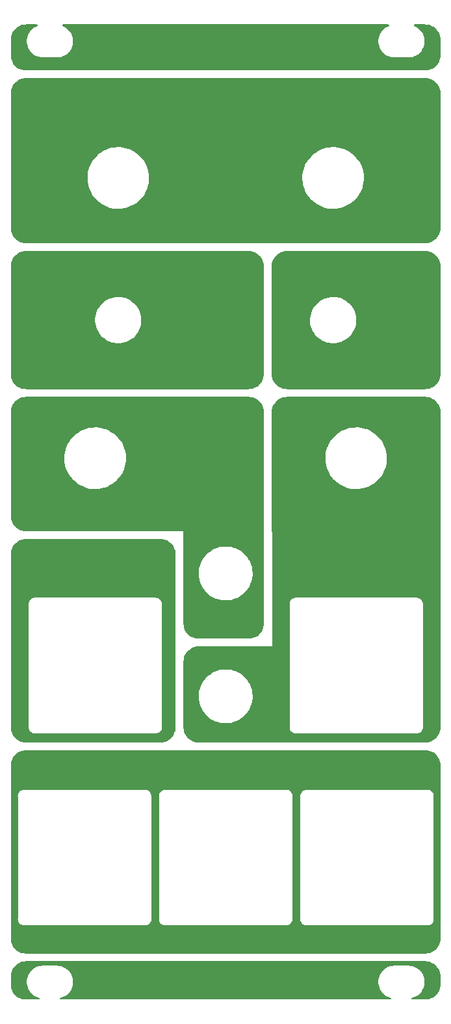
<source format=gbr>
%TF.GenerationSoftware,KiCad,Pcbnew,(6.0.11)*%
%TF.CreationDate,2023-01-29T15:03:23+00:00*%
%TF.ProjectId,Quadraphone_Panel,51756164-7261-4706-986f-6e655f50616e,rev?*%
%TF.SameCoordinates,Original*%
%TF.FileFunction,Copper,L1,Top*%
%TF.FilePolarity,Positive*%
%FSLAX46Y46*%
G04 Gerber Fmt 4.6, Leading zero omitted, Abs format (unit mm)*
G04 Created by KiCad (PCBNEW (6.0.11)) date 2023-01-29 15:03:23*
%MOMM*%
%LPD*%
G01*
G04 APERTURE LIST*
G04 APERTURE END LIST*
%TA.AperFunction,NonConductor*%
G36*
X55430827Y-37520002D02*
G01*
X55477320Y-37573658D01*
X55487424Y-37643932D01*
X55457930Y-37708512D01*
X55404766Y-37744773D01*
X55360657Y-37760393D01*
X55105188Y-37892250D01*
X55101687Y-37894711D01*
X55101683Y-37894713D01*
X55091594Y-37901804D01*
X54869977Y-38057559D01*
X54854892Y-38071577D01*
X54719394Y-38197490D01*
X54659378Y-38253260D01*
X54477287Y-38475732D01*
X54327073Y-38720858D01*
X54211517Y-38984102D01*
X54132756Y-39260594D01*
X54129672Y-39282266D01*
X54098044Y-39504501D01*
X54092249Y-39545216D01*
X54092227Y-39549505D01*
X54092226Y-39549512D01*
X54090765Y-39828417D01*
X54090743Y-39832703D01*
X54128268Y-40117734D01*
X54204129Y-40395036D01*
X54316923Y-40659476D01*
X54464561Y-40906161D01*
X54644313Y-41130528D01*
X54852851Y-41328423D01*
X55086317Y-41496186D01*
X55090112Y-41498195D01*
X55090113Y-41498196D01*
X55111869Y-41509715D01*
X55340392Y-41630712D01*
X55610373Y-41729511D01*
X55891264Y-41790755D01*
X55919841Y-41793004D01*
X56114282Y-41808307D01*
X56114291Y-41808307D01*
X56116739Y-41808500D01*
X58072271Y-41808500D01*
X58074407Y-41808354D01*
X58074418Y-41808354D01*
X58282548Y-41794165D01*
X58282554Y-41794164D01*
X58286825Y-41793873D01*
X58291020Y-41793004D01*
X58291022Y-41793004D01*
X58427584Y-41764723D01*
X58568342Y-41735574D01*
X58839343Y-41639607D01*
X59094812Y-41507750D01*
X59098313Y-41505289D01*
X59098317Y-41505287D01*
X59212418Y-41425095D01*
X59330023Y-41342441D01*
X59540622Y-41146740D01*
X59722713Y-40924268D01*
X59872927Y-40679142D01*
X59988483Y-40415898D01*
X60067244Y-40139406D01*
X60107751Y-39854784D01*
X60107845Y-39836951D01*
X60109235Y-39571583D01*
X60109235Y-39571576D01*
X60109257Y-39567297D01*
X60099807Y-39495513D01*
X60072292Y-39286522D01*
X60071732Y-39282266D01*
X59995871Y-39004964D01*
X59883077Y-38740524D01*
X59735439Y-38493839D01*
X59555687Y-38269472D01*
X59347149Y-38071577D01*
X59113683Y-37903814D01*
X59091843Y-37892250D01*
X59068654Y-37879972D01*
X58859608Y-37769288D01*
X58791396Y-37744326D01*
X58734298Y-37702132D01*
X58709076Y-37635766D01*
X58723738Y-37566300D01*
X58773628Y-37515788D01*
X58834697Y-37500000D01*
X101162706Y-37500000D01*
X101230827Y-37520002D01*
X101277320Y-37573658D01*
X101287424Y-37643932D01*
X101257930Y-37708512D01*
X101204766Y-37744773D01*
X101160657Y-37760393D01*
X100905188Y-37892250D01*
X100901687Y-37894711D01*
X100901683Y-37894713D01*
X100891594Y-37901804D01*
X100669977Y-38057559D01*
X100654892Y-38071577D01*
X100519394Y-38197490D01*
X100459378Y-38253260D01*
X100277287Y-38475732D01*
X100127073Y-38720858D01*
X100011517Y-38984102D01*
X99932756Y-39260594D01*
X99929672Y-39282266D01*
X99898044Y-39504501D01*
X99892249Y-39545216D01*
X99892227Y-39549505D01*
X99892226Y-39549512D01*
X99890765Y-39828417D01*
X99890743Y-39832703D01*
X99928268Y-40117734D01*
X100004129Y-40395036D01*
X100116923Y-40659476D01*
X100264561Y-40906161D01*
X100444313Y-41130528D01*
X100652851Y-41328423D01*
X100886317Y-41496186D01*
X100890112Y-41498195D01*
X100890113Y-41498196D01*
X100911869Y-41509715D01*
X101140392Y-41630712D01*
X101410373Y-41729511D01*
X101691264Y-41790755D01*
X101719841Y-41793004D01*
X101914282Y-41808307D01*
X101914291Y-41808307D01*
X101916739Y-41808500D01*
X103872271Y-41808500D01*
X103874407Y-41808354D01*
X103874418Y-41808354D01*
X104082548Y-41794165D01*
X104082554Y-41794164D01*
X104086825Y-41793873D01*
X104091020Y-41793004D01*
X104091022Y-41793004D01*
X104227584Y-41764723D01*
X104368342Y-41735574D01*
X104639343Y-41639607D01*
X104894812Y-41507750D01*
X104898313Y-41505289D01*
X104898317Y-41505287D01*
X105012418Y-41425095D01*
X105130023Y-41342441D01*
X105340622Y-41146740D01*
X105522713Y-40924268D01*
X105672927Y-40679142D01*
X105788483Y-40415898D01*
X105867244Y-40139406D01*
X105907751Y-39854784D01*
X105907845Y-39836951D01*
X105909235Y-39571583D01*
X105909235Y-39571576D01*
X105909257Y-39567297D01*
X105899807Y-39495513D01*
X105872292Y-39286522D01*
X105871732Y-39282266D01*
X105795871Y-39004964D01*
X105683077Y-38740524D01*
X105535439Y-38493839D01*
X105355687Y-38269472D01*
X105147149Y-38071577D01*
X104913683Y-37903814D01*
X104891843Y-37892250D01*
X104868654Y-37879972D01*
X104659608Y-37769288D01*
X104591396Y-37744326D01*
X104534298Y-37702132D01*
X104509076Y-37635766D01*
X104523738Y-37566300D01*
X104573628Y-37515788D01*
X104634697Y-37500000D01*
X105995499Y-37500000D01*
X106004487Y-37500321D01*
X106053871Y-37503853D01*
X106275650Y-37519715D01*
X106293433Y-37522272D01*
X106554658Y-37579098D01*
X106571900Y-37584160D01*
X106822393Y-37677589D01*
X106838740Y-37685055D01*
X107073375Y-37813176D01*
X107088498Y-37822895D01*
X107302510Y-37983103D01*
X107316096Y-37994876D01*
X107505124Y-38183904D01*
X107516897Y-38197490D01*
X107677105Y-38411502D01*
X107686824Y-38426625D01*
X107814945Y-38661260D01*
X107822411Y-38677607D01*
X107847352Y-38744476D01*
X107915839Y-38928097D01*
X107920902Y-38945342D01*
X107977728Y-39206567D01*
X107980285Y-39224350D01*
X107984732Y-39286522D01*
X107999679Y-39495513D01*
X108000000Y-39504501D01*
X108000000Y-41495499D01*
X107999679Y-41504487D01*
X107983090Y-41736443D01*
X107980286Y-41775645D01*
X107977728Y-41793433D01*
X107920903Y-42054654D01*
X107915840Y-42071900D01*
X107822411Y-42322393D01*
X107814945Y-42338740D01*
X107686824Y-42573375D01*
X107677105Y-42588498D01*
X107516897Y-42802510D01*
X107505124Y-42816096D01*
X107316096Y-43005124D01*
X107302510Y-43016897D01*
X107088498Y-43177105D01*
X107073375Y-43186824D01*
X106838740Y-43314945D01*
X106822393Y-43322411D01*
X106571900Y-43415840D01*
X106554658Y-43420902D01*
X106293433Y-43477728D01*
X106275650Y-43480285D01*
X106053871Y-43496147D01*
X106004487Y-43499679D01*
X105995499Y-43500000D01*
X54004501Y-43500000D01*
X53995513Y-43499679D01*
X53946129Y-43496147D01*
X53724350Y-43480285D01*
X53706567Y-43477728D01*
X53445342Y-43420902D01*
X53428100Y-43415840D01*
X53177607Y-43322411D01*
X53161260Y-43314945D01*
X52926625Y-43186824D01*
X52911502Y-43177105D01*
X52697490Y-43016897D01*
X52683904Y-43005124D01*
X52494876Y-42816096D01*
X52483103Y-42802510D01*
X52322895Y-42588498D01*
X52313176Y-42573375D01*
X52185055Y-42338740D01*
X52177589Y-42322393D01*
X52084160Y-42071900D01*
X52079097Y-42054654D01*
X52022272Y-41793433D01*
X52019714Y-41775645D01*
X52016911Y-41736443D01*
X52000321Y-41504487D01*
X52000000Y-41495499D01*
X52000000Y-39504501D01*
X52000321Y-39495513D01*
X52015268Y-39286522D01*
X52019715Y-39224350D01*
X52022272Y-39206567D01*
X52079098Y-38945342D01*
X52084161Y-38928097D01*
X52152648Y-38744476D01*
X52177589Y-38677607D01*
X52185055Y-38661260D01*
X52313176Y-38426625D01*
X52322895Y-38411502D01*
X52483103Y-38197490D01*
X52494876Y-38183904D01*
X52683904Y-37994876D01*
X52697490Y-37983103D01*
X52911502Y-37822895D01*
X52926625Y-37813176D01*
X53161260Y-37685055D01*
X53177607Y-37677589D01*
X53428100Y-37584160D01*
X53445342Y-37579098D01*
X53706567Y-37522272D01*
X53724350Y-37519715D01*
X53946129Y-37503853D01*
X53995513Y-37500321D01*
X54004501Y-37500000D01*
X55362706Y-37500000D01*
X55430827Y-37520002D01*
G37*
%TD.AperFunction*%
%TA.AperFunction,NonConductor*%
G36*
X106004487Y-159500321D02*
G01*
X106053871Y-159503853D01*
X106275650Y-159519715D01*
X106293433Y-159522272D01*
X106554658Y-159579098D01*
X106571900Y-159584160D01*
X106822393Y-159677589D01*
X106838740Y-159685055D01*
X107073375Y-159813176D01*
X107088498Y-159822895D01*
X107302510Y-159983103D01*
X107316096Y-159994876D01*
X107505124Y-160183904D01*
X107516897Y-160197490D01*
X107677105Y-160411502D01*
X107686824Y-160426625D01*
X107814945Y-160661260D01*
X107822411Y-160677607D01*
X107915839Y-160928097D01*
X107920902Y-160945342D01*
X107977728Y-161206567D01*
X107980285Y-161224350D01*
X107981725Y-161244476D01*
X107999679Y-161495513D01*
X108000000Y-161504501D01*
X108000000Y-162495499D01*
X107999679Y-162504487D01*
X107980286Y-162775645D01*
X107977728Y-162793433D01*
X107950232Y-162919830D01*
X107920903Y-163054654D01*
X107915840Y-163071900D01*
X107822411Y-163322393D01*
X107814945Y-163338740D01*
X107686824Y-163573375D01*
X107677105Y-163588498D01*
X107516897Y-163802510D01*
X107505124Y-163816096D01*
X107316096Y-164005124D01*
X107302510Y-164016897D01*
X107088498Y-164177105D01*
X107073375Y-164186824D01*
X106838740Y-164314945D01*
X106822393Y-164322411D01*
X106571900Y-164415840D01*
X106554658Y-164420902D01*
X106293433Y-164477728D01*
X106275650Y-164480285D01*
X106053871Y-164496147D01*
X106004487Y-164499679D01*
X105995499Y-164500000D01*
X104321248Y-164500000D01*
X104253127Y-164479998D01*
X104206634Y-164426342D01*
X104196530Y-164356068D01*
X104226024Y-164291488D01*
X104285750Y-164253104D01*
X104295697Y-164250618D01*
X104309628Y-164247733D01*
X104368342Y-164235574D01*
X104639343Y-164139607D01*
X104894812Y-164007750D01*
X104898313Y-164005289D01*
X104898317Y-164005287D01*
X105012417Y-163925096D01*
X105130023Y-163842441D01*
X105340622Y-163646740D01*
X105522713Y-163424268D01*
X105672927Y-163179142D01*
X105788483Y-162915898D01*
X105867244Y-162639406D01*
X105907751Y-162354784D01*
X105907845Y-162336951D01*
X105909235Y-162071583D01*
X105909235Y-162071576D01*
X105909257Y-162067297D01*
X105871732Y-161782266D01*
X105795871Y-161504964D01*
X105683077Y-161240524D01*
X105535439Y-160993839D01*
X105355687Y-160769472D01*
X105147149Y-160571577D01*
X104913683Y-160403814D01*
X104891843Y-160392250D01*
X104868654Y-160379972D01*
X104659608Y-160269288D01*
X104389627Y-160170489D01*
X104108736Y-160109245D01*
X104077685Y-160106801D01*
X103885718Y-160091693D01*
X103885709Y-160091693D01*
X103883261Y-160091500D01*
X101927729Y-160091500D01*
X101925593Y-160091646D01*
X101925582Y-160091646D01*
X101717452Y-160105835D01*
X101717446Y-160105836D01*
X101713175Y-160106127D01*
X101708980Y-160106996D01*
X101708978Y-160106996D01*
X101572416Y-160135277D01*
X101431658Y-160164426D01*
X101160657Y-160260393D01*
X100905188Y-160392250D01*
X100901687Y-160394711D01*
X100901683Y-160394713D01*
X100891594Y-160401804D01*
X100669977Y-160557559D01*
X100459378Y-160753260D01*
X100277287Y-160975732D01*
X100127073Y-161220858D01*
X100011517Y-161484102D01*
X99932756Y-161760594D01*
X99892249Y-162045216D01*
X99892227Y-162049505D01*
X99892226Y-162049512D01*
X99890765Y-162328417D01*
X99890743Y-162332703D01*
X99928268Y-162617734D01*
X100004129Y-162895036D01*
X100116923Y-163159476D01*
X100264561Y-163406161D01*
X100444313Y-163630528D01*
X100652851Y-163828423D01*
X100886317Y-163996186D01*
X100890112Y-163998195D01*
X100890113Y-163998196D01*
X100911869Y-164009715D01*
X101140392Y-164130712D01*
X101410373Y-164229511D01*
X101414565Y-164230425D01*
X101508435Y-164250892D01*
X101570731Y-164284947D01*
X101604726Y-164347275D01*
X101599628Y-164418089D01*
X101557054Y-164474904D01*
X101490522Y-164499683D01*
X101481593Y-164500000D01*
X58521248Y-164500000D01*
X58453127Y-164479998D01*
X58406634Y-164426342D01*
X58396530Y-164356068D01*
X58426024Y-164291488D01*
X58485750Y-164253104D01*
X58495697Y-164250618D01*
X58509628Y-164247733D01*
X58568342Y-164235574D01*
X58839343Y-164139607D01*
X59094812Y-164007750D01*
X59098313Y-164005289D01*
X59098317Y-164005287D01*
X59212417Y-163925096D01*
X59330023Y-163842441D01*
X59540622Y-163646740D01*
X59722713Y-163424268D01*
X59872927Y-163179142D01*
X59988483Y-162915898D01*
X60067244Y-162639406D01*
X60107751Y-162354784D01*
X60107845Y-162336951D01*
X60109235Y-162071583D01*
X60109235Y-162071576D01*
X60109257Y-162067297D01*
X60071732Y-161782266D01*
X59995871Y-161504964D01*
X59883077Y-161240524D01*
X59735439Y-160993839D01*
X59555687Y-160769472D01*
X59347149Y-160571577D01*
X59113683Y-160403814D01*
X59091843Y-160392250D01*
X59068654Y-160379972D01*
X58859608Y-160269288D01*
X58589627Y-160170489D01*
X58308736Y-160109245D01*
X58277685Y-160106801D01*
X58085718Y-160091693D01*
X58085709Y-160091693D01*
X58083261Y-160091500D01*
X56127729Y-160091500D01*
X56125593Y-160091646D01*
X56125582Y-160091646D01*
X55917452Y-160105835D01*
X55917446Y-160105836D01*
X55913175Y-160106127D01*
X55908980Y-160106996D01*
X55908978Y-160106996D01*
X55772416Y-160135277D01*
X55631658Y-160164426D01*
X55360657Y-160260393D01*
X55105188Y-160392250D01*
X55101687Y-160394711D01*
X55101683Y-160394713D01*
X55091594Y-160401804D01*
X54869977Y-160557559D01*
X54659378Y-160753260D01*
X54477287Y-160975732D01*
X54327073Y-161220858D01*
X54211517Y-161484102D01*
X54132756Y-161760594D01*
X54092249Y-162045216D01*
X54092227Y-162049505D01*
X54092226Y-162049512D01*
X54090765Y-162328417D01*
X54090743Y-162332703D01*
X54128268Y-162617734D01*
X54204129Y-162895036D01*
X54316923Y-163159476D01*
X54464561Y-163406161D01*
X54644313Y-163630528D01*
X54852851Y-163828423D01*
X55086317Y-163996186D01*
X55090112Y-163998195D01*
X55090113Y-163998196D01*
X55111869Y-164009715D01*
X55340392Y-164130712D01*
X55610373Y-164229511D01*
X55614565Y-164230425D01*
X55708435Y-164250892D01*
X55770731Y-164284947D01*
X55804726Y-164347275D01*
X55799628Y-164418089D01*
X55757054Y-164474904D01*
X55690522Y-164499683D01*
X55681593Y-164500000D01*
X54004501Y-164500000D01*
X53995513Y-164499679D01*
X53946129Y-164496147D01*
X53724350Y-164480285D01*
X53706567Y-164477728D01*
X53445342Y-164420902D01*
X53428100Y-164415840D01*
X53177607Y-164322411D01*
X53161260Y-164314945D01*
X52926625Y-164186824D01*
X52911502Y-164177105D01*
X52697490Y-164016897D01*
X52683904Y-164005124D01*
X52494876Y-163816096D01*
X52483103Y-163802510D01*
X52322895Y-163588498D01*
X52313176Y-163573375D01*
X52185055Y-163338740D01*
X52177589Y-163322393D01*
X52084160Y-163071900D01*
X52079097Y-163054654D01*
X52049768Y-162919830D01*
X52022272Y-162793433D01*
X52019714Y-162775645D01*
X52000321Y-162504487D01*
X52000000Y-162495499D01*
X52000000Y-161504501D01*
X52000321Y-161495513D01*
X52018275Y-161244476D01*
X52019715Y-161224350D01*
X52022272Y-161206567D01*
X52079098Y-160945342D01*
X52084161Y-160928097D01*
X52177589Y-160677607D01*
X52185055Y-160661260D01*
X52313176Y-160426625D01*
X52322895Y-160411502D01*
X52483103Y-160197490D01*
X52494876Y-160183904D01*
X52683904Y-159994876D01*
X52697490Y-159983103D01*
X52911502Y-159822895D01*
X52926625Y-159813176D01*
X53161260Y-159685055D01*
X53177607Y-159677589D01*
X53428100Y-159584160D01*
X53445342Y-159579098D01*
X53706567Y-159522272D01*
X53724350Y-159519715D01*
X53946129Y-159503853D01*
X53995513Y-159500321D01*
X54004501Y-159500000D01*
X105995499Y-159500000D01*
X106004487Y-159500321D01*
G37*
%TD.AperFunction*%
%TA.AperFunction,NonConductor*%
G36*
X106004487Y-67000321D02*
G01*
X106053871Y-67003853D01*
X106275650Y-67019715D01*
X106293433Y-67022272D01*
X106554658Y-67079098D01*
X106571900Y-67084160D01*
X106822393Y-67177589D01*
X106838740Y-67185055D01*
X107073375Y-67313176D01*
X107088498Y-67322895D01*
X107302510Y-67483103D01*
X107316096Y-67494876D01*
X107505124Y-67683904D01*
X107516897Y-67697490D01*
X107677105Y-67911502D01*
X107686824Y-67926625D01*
X107814945Y-68161260D01*
X107822411Y-68177607D01*
X107915839Y-68428097D01*
X107920902Y-68445342D01*
X107977728Y-68706567D01*
X107980286Y-68724355D01*
X107999679Y-68995513D01*
X108000000Y-69004501D01*
X108000000Y-82995499D01*
X107999679Y-83004487D01*
X107980286Y-83275645D01*
X107977728Y-83293433D01*
X107920903Y-83554654D01*
X107915840Y-83571900D01*
X107822411Y-83822393D01*
X107814945Y-83838740D01*
X107686824Y-84073375D01*
X107677105Y-84088498D01*
X107516897Y-84302510D01*
X107505124Y-84316096D01*
X107316096Y-84505124D01*
X107302510Y-84516897D01*
X107088498Y-84677105D01*
X107073375Y-84686824D01*
X106838740Y-84814945D01*
X106822393Y-84822411D01*
X106571900Y-84915840D01*
X106554658Y-84920902D01*
X106293433Y-84977728D01*
X106275650Y-84980285D01*
X106053871Y-84996147D01*
X106004487Y-84999679D01*
X105995499Y-85000000D01*
X88004501Y-85000000D01*
X87995513Y-84999679D01*
X87946129Y-84996147D01*
X87724350Y-84980285D01*
X87706567Y-84977728D01*
X87445342Y-84920902D01*
X87428100Y-84915840D01*
X87177607Y-84822411D01*
X87161260Y-84814945D01*
X86926625Y-84686824D01*
X86911502Y-84677105D01*
X86697490Y-84516897D01*
X86683904Y-84505124D01*
X86494876Y-84316096D01*
X86483103Y-84302510D01*
X86322895Y-84088498D01*
X86313176Y-84073375D01*
X86185055Y-83838740D01*
X86177589Y-83822393D01*
X86084160Y-83571900D01*
X86079097Y-83554654D01*
X86022272Y-83293433D01*
X86019714Y-83275645D01*
X86000321Y-83004487D01*
X86000000Y-82995499D01*
X86000000Y-76126196D01*
X90989044Y-76126196D01*
X90989405Y-76129810D01*
X90989405Y-76129816D01*
X91013694Y-76373157D01*
X91023503Y-76471431D01*
X91097414Y-76810417D01*
X91209797Y-77138661D01*
X91359163Y-77451812D01*
X91543532Y-77745721D01*
X91545804Y-77748557D01*
X91545809Y-77748564D01*
X91602252Y-77819016D01*
X91760459Y-78016491D01*
X92007071Y-78260534D01*
X92280098Y-78474614D01*
X92575921Y-78655895D01*
X92579206Y-78657420D01*
X92579210Y-78657422D01*
X92818653Y-78768567D01*
X92890620Y-78801973D01*
X92994926Y-78836469D01*
X93216578Y-78909774D01*
X93216583Y-78909775D01*
X93220023Y-78910913D01*
X93223578Y-78911649D01*
X93223581Y-78911650D01*
X93556214Y-78980535D01*
X93556217Y-78980535D01*
X93559764Y-78981270D01*
X93698221Y-78993627D01*
X93862076Y-79008251D01*
X93862082Y-79008251D01*
X93864869Y-79008500D01*
X94088432Y-79008500D01*
X94090251Y-79008395D01*
X94090255Y-79008395D01*
X94342754Y-78993836D01*
X94342759Y-78993835D01*
X94346374Y-78993627D01*
X94421388Y-78980535D01*
X94684585Y-78934600D01*
X94684592Y-78934598D01*
X94688158Y-78933976D01*
X94691633Y-78932947D01*
X94691640Y-78932945D01*
X94824863Y-78893482D01*
X95020820Y-78835437D01*
X95024159Y-78834013D01*
X95336614Y-78700740D01*
X95336617Y-78700738D01*
X95339952Y-78699316D01*
X95343099Y-78697521D01*
X95343103Y-78697519D01*
X95638184Y-78529208D01*
X95641324Y-78527417D01*
X95920940Y-78322018D01*
X96175096Y-78085842D01*
X96400422Y-77822019D01*
X96593931Y-77534047D01*
X96753060Y-77225741D01*
X96875698Y-76901189D01*
X96960220Y-76564692D01*
X97005506Y-76220711D01*
X97010956Y-75873804D01*
X97001163Y-75775685D01*
X96976857Y-75532177D01*
X96976497Y-75528569D01*
X96902586Y-75189583D01*
X96790203Y-74861339D01*
X96640837Y-74548188D01*
X96456468Y-74254279D01*
X96454196Y-74251443D01*
X96454191Y-74251436D01*
X96241813Y-73986345D01*
X96239541Y-73983509D01*
X95992929Y-73739466D01*
X95719902Y-73525386D01*
X95424079Y-73344105D01*
X95420794Y-73342580D01*
X95420790Y-73342578D01*
X95112663Y-73199551D01*
X95109380Y-73198027D01*
X94939112Y-73141716D01*
X94783422Y-73090226D01*
X94783417Y-73090225D01*
X94779977Y-73089087D01*
X94776422Y-73088351D01*
X94776419Y-73088350D01*
X94443786Y-73019465D01*
X94443783Y-73019465D01*
X94440236Y-73018730D01*
X94285947Y-73004960D01*
X94137924Y-72991749D01*
X94137918Y-72991749D01*
X94135131Y-72991500D01*
X93911568Y-72991500D01*
X93909749Y-72991605D01*
X93909745Y-72991605D01*
X93657246Y-73006164D01*
X93657241Y-73006165D01*
X93653626Y-73006373D01*
X93584669Y-73018408D01*
X93315415Y-73065400D01*
X93315408Y-73065402D01*
X93311842Y-73066024D01*
X93308367Y-73067053D01*
X93308360Y-73067055D01*
X93230137Y-73090226D01*
X92979180Y-73164563D01*
X92975844Y-73165986D01*
X92975841Y-73165987D01*
X92663386Y-73299260D01*
X92663383Y-73299262D01*
X92660048Y-73300684D01*
X92656901Y-73302479D01*
X92656897Y-73302481D01*
X92580602Y-73345999D01*
X92358676Y-73472583D01*
X92079060Y-73677982D01*
X91824904Y-73914158D01*
X91599578Y-74177981D01*
X91406069Y-74465953D01*
X91246940Y-74774259D01*
X91124302Y-75098811D01*
X91039780Y-75435308D01*
X90994494Y-75779289D01*
X90989044Y-76126196D01*
X86000000Y-76126196D01*
X86000000Y-69004501D01*
X86000321Y-68995513D01*
X86019714Y-68724355D01*
X86022272Y-68706567D01*
X86079098Y-68445342D01*
X86084161Y-68428097D01*
X86177589Y-68177607D01*
X86185055Y-68161260D01*
X86313176Y-67926625D01*
X86322895Y-67911502D01*
X86483103Y-67697490D01*
X86494876Y-67683904D01*
X86683904Y-67494876D01*
X86697490Y-67483103D01*
X86911502Y-67322895D01*
X86926625Y-67313176D01*
X87161260Y-67185055D01*
X87177607Y-67177589D01*
X87428100Y-67084160D01*
X87445342Y-67079098D01*
X87706567Y-67022272D01*
X87724350Y-67019715D01*
X87946129Y-67003853D01*
X87995513Y-67000321D01*
X88004501Y-67000000D01*
X105995499Y-67000000D01*
X106004487Y-67000321D01*
G37*
%TD.AperFunction*%
%TA.AperFunction,NonConductor*%
G36*
X106004487Y-44500321D02*
G01*
X106053871Y-44503853D01*
X106275650Y-44519715D01*
X106293433Y-44522272D01*
X106554658Y-44579098D01*
X106571900Y-44584160D01*
X106822393Y-44677589D01*
X106838740Y-44685055D01*
X107073375Y-44813176D01*
X107088498Y-44822895D01*
X107302510Y-44983103D01*
X107316096Y-44994876D01*
X107505124Y-45183904D01*
X107516897Y-45197490D01*
X107677105Y-45411502D01*
X107686824Y-45426625D01*
X107814945Y-45661260D01*
X107822411Y-45677607D01*
X107915839Y-45928097D01*
X107920902Y-45945342D01*
X107977728Y-46206567D01*
X107980286Y-46224355D01*
X107999679Y-46495513D01*
X108000000Y-46504501D01*
X108000000Y-63995499D01*
X107999679Y-64004487D01*
X107980286Y-64275645D01*
X107977728Y-64293433D01*
X107920903Y-64554654D01*
X107915840Y-64571900D01*
X107822411Y-64822393D01*
X107814945Y-64838740D01*
X107686824Y-65073375D01*
X107677105Y-65088498D01*
X107516897Y-65302510D01*
X107505124Y-65316096D01*
X107316096Y-65505124D01*
X107302510Y-65516897D01*
X107088498Y-65677105D01*
X107073375Y-65686824D01*
X106838740Y-65814945D01*
X106822393Y-65822411D01*
X106571900Y-65915840D01*
X106554658Y-65920902D01*
X106293433Y-65977728D01*
X106275650Y-65980285D01*
X106053871Y-65996147D01*
X106004487Y-65999679D01*
X105995499Y-66000000D01*
X54004501Y-66000000D01*
X53995513Y-65999679D01*
X53946129Y-65996147D01*
X53724350Y-65980285D01*
X53706567Y-65977728D01*
X53445342Y-65920902D01*
X53428100Y-65915840D01*
X53177607Y-65822411D01*
X53161260Y-65814945D01*
X52926625Y-65686824D01*
X52911502Y-65677105D01*
X52697490Y-65516897D01*
X52683904Y-65505124D01*
X52494876Y-65316096D01*
X52483103Y-65302510D01*
X52322895Y-65088498D01*
X52313176Y-65073375D01*
X52185055Y-64838740D01*
X52177589Y-64822393D01*
X52084160Y-64571900D01*
X52079097Y-64554654D01*
X52022272Y-64293433D01*
X52019714Y-64275645D01*
X52000321Y-64004487D01*
X52000000Y-63995499D01*
X52000000Y-57584052D01*
X61987391Y-57584052D01*
X61987612Y-57587171D01*
X61987612Y-57587178D01*
X62003735Y-57814895D01*
X62015579Y-57982168D01*
X62083169Y-58375515D01*
X62189491Y-58760205D01*
X62190614Y-58763107D01*
X62190617Y-58763117D01*
X62272390Y-58974487D01*
X62333495Y-59132433D01*
X62513757Y-59488518D01*
X62515436Y-59491148D01*
X62515442Y-59491159D01*
X62641363Y-59688434D01*
X62728494Y-59824939D01*
X62730423Y-59827386D01*
X62730428Y-59827393D01*
X62875769Y-60011756D01*
X62975582Y-60138368D01*
X62977757Y-60140624D01*
X62977762Y-60140630D01*
X63102283Y-60269800D01*
X63252578Y-60425708D01*
X63254971Y-60427741D01*
X63554348Y-60682081D01*
X63554357Y-60682088D01*
X63556743Y-60684115D01*
X63559323Y-60685898D01*
X63882497Y-60909258D01*
X63882506Y-60909263D01*
X63885069Y-60911035D01*
X63887804Y-60912548D01*
X63887809Y-60912551D01*
X64054018Y-61004492D01*
X64234309Y-61104224D01*
X64237178Y-61105457D01*
X64237189Y-61105462D01*
X64598142Y-61260539D01*
X64601010Y-61261771D01*
X64603987Y-61262712D01*
X64603991Y-61262714D01*
X64734707Y-61304054D01*
X64981545Y-61382118D01*
X65372152Y-61464076D01*
X65375269Y-61464412D01*
X65375270Y-61464412D01*
X65766516Y-61506570D01*
X65766519Y-61506570D01*
X65768967Y-61506834D01*
X65771430Y-61506905D01*
X65771431Y-61506905D01*
X65774681Y-61506999D01*
X65826803Y-61508500D01*
X66100217Y-61508500D01*
X66101780Y-61508422D01*
X66101788Y-61508422D01*
X66199009Y-61503582D01*
X66398619Y-61493645D01*
X66401704Y-61493181D01*
X66401706Y-61493181D01*
X66790203Y-61434773D01*
X66793296Y-61434308D01*
X66796332Y-61433537D01*
X67177085Y-61336838D01*
X67177088Y-61336837D01*
X67180128Y-61336065D01*
X67183076Y-61334995D01*
X67552352Y-61200955D01*
X67552362Y-61200951D01*
X67555290Y-61199888D01*
X67915071Y-61027123D01*
X68255915Y-60819479D01*
X68432862Y-60685898D01*
X68571957Y-60580892D01*
X68571960Y-60580890D01*
X68574451Y-60579009D01*
X68576733Y-60576899D01*
X68576742Y-60576892D01*
X68865231Y-60310214D01*
X68867528Y-60308091D01*
X69132249Y-60009405D01*
X69365995Y-59685903D01*
X69566455Y-59340785D01*
X69661188Y-59132433D01*
X69730349Y-58980321D01*
X69731648Y-58977464D01*
X69806420Y-58757194D01*
X69858931Y-58602499D01*
X69858932Y-58602496D01*
X69859938Y-58599532D01*
X69860642Y-58596494D01*
X69860645Y-58596484D01*
X69949353Y-58213770D01*
X69949353Y-58213768D01*
X69950058Y-58210728D01*
X70001117Y-57814895D01*
X70007767Y-57584052D01*
X89987391Y-57584052D01*
X89987612Y-57587171D01*
X89987612Y-57587178D01*
X90003735Y-57814895D01*
X90015579Y-57982168D01*
X90083169Y-58375515D01*
X90189491Y-58760205D01*
X90190614Y-58763107D01*
X90190617Y-58763117D01*
X90272390Y-58974487D01*
X90333495Y-59132433D01*
X90513757Y-59488518D01*
X90515436Y-59491148D01*
X90515442Y-59491159D01*
X90641363Y-59688434D01*
X90728494Y-59824939D01*
X90730423Y-59827386D01*
X90730428Y-59827393D01*
X90875769Y-60011756D01*
X90975582Y-60138368D01*
X90977757Y-60140624D01*
X90977762Y-60140630D01*
X91102283Y-60269800D01*
X91252578Y-60425708D01*
X91254971Y-60427741D01*
X91554348Y-60682081D01*
X91554357Y-60682088D01*
X91556743Y-60684115D01*
X91559323Y-60685898D01*
X91882497Y-60909258D01*
X91882506Y-60909263D01*
X91885069Y-60911035D01*
X91887804Y-60912548D01*
X91887809Y-60912551D01*
X92054018Y-61004492D01*
X92234309Y-61104224D01*
X92237178Y-61105457D01*
X92237189Y-61105462D01*
X92598142Y-61260539D01*
X92601010Y-61261771D01*
X92603987Y-61262712D01*
X92603991Y-61262714D01*
X92734707Y-61304054D01*
X92981545Y-61382118D01*
X93372152Y-61464076D01*
X93375269Y-61464412D01*
X93375270Y-61464412D01*
X93766516Y-61506570D01*
X93766519Y-61506570D01*
X93768967Y-61506834D01*
X93771430Y-61506905D01*
X93771431Y-61506905D01*
X93774681Y-61506999D01*
X93826803Y-61508500D01*
X94100217Y-61508500D01*
X94101780Y-61508422D01*
X94101788Y-61508422D01*
X94199009Y-61503582D01*
X94398619Y-61493645D01*
X94401704Y-61493181D01*
X94401706Y-61493181D01*
X94790203Y-61434773D01*
X94793296Y-61434308D01*
X94796332Y-61433537D01*
X95177085Y-61336838D01*
X95177088Y-61336837D01*
X95180128Y-61336065D01*
X95183076Y-61334995D01*
X95552352Y-61200955D01*
X95552362Y-61200951D01*
X95555290Y-61199888D01*
X95915071Y-61027123D01*
X96255915Y-60819479D01*
X96432862Y-60685898D01*
X96571957Y-60580892D01*
X96571960Y-60580890D01*
X96574451Y-60579009D01*
X96576733Y-60576899D01*
X96576742Y-60576892D01*
X96865231Y-60310214D01*
X96867528Y-60308091D01*
X97132249Y-60009405D01*
X97365995Y-59685903D01*
X97566455Y-59340785D01*
X97661188Y-59132433D01*
X97730349Y-58980321D01*
X97731648Y-58977464D01*
X97806420Y-58757194D01*
X97858931Y-58602499D01*
X97858932Y-58602496D01*
X97859938Y-58599532D01*
X97860642Y-58596494D01*
X97860645Y-58596484D01*
X97949353Y-58213770D01*
X97949353Y-58213768D01*
X97950058Y-58210728D01*
X98001117Y-57814895D01*
X98012609Y-57415948D01*
X97996487Y-57188240D01*
X97984643Y-57020968D01*
X97984421Y-57017832D01*
X97916831Y-56624485D01*
X97810509Y-56239795D01*
X97809386Y-56236893D01*
X97809383Y-56236883D01*
X97667635Y-55870488D01*
X97666505Y-55867567D01*
X97486243Y-55511482D01*
X97484564Y-55508852D01*
X97484558Y-55508841D01*
X97273187Y-55177695D01*
X97271506Y-55175061D01*
X97269577Y-55172614D01*
X97269572Y-55172607D01*
X97026362Y-54864098D01*
X97024418Y-54861632D01*
X97022243Y-54859376D01*
X97022238Y-54859370D01*
X96897717Y-54730200D01*
X96747422Y-54574292D01*
X96566975Y-54420991D01*
X96445652Y-54317919D01*
X96445643Y-54317912D01*
X96443257Y-54315885D01*
X96378504Y-54271131D01*
X96117503Y-54090742D01*
X96117494Y-54090737D01*
X96114931Y-54088965D01*
X96112196Y-54087452D01*
X96112191Y-54087449D01*
X95902618Y-53971520D01*
X95765691Y-53895776D01*
X95762822Y-53894543D01*
X95762811Y-53894538D01*
X95401858Y-53739461D01*
X95401855Y-53739460D01*
X95398990Y-53738229D01*
X95396013Y-53737288D01*
X95396009Y-53737286D01*
X95265293Y-53695946D01*
X95018455Y-53617882D01*
X94627848Y-53535924D01*
X94624730Y-53535588D01*
X94233484Y-53493430D01*
X94233481Y-53493430D01*
X94231033Y-53493166D01*
X94228570Y-53493095D01*
X94228569Y-53493095D01*
X94225319Y-53493001D01*
X94173197Y-53491500D01*
X93899783Y-53491500D01*
X93898220Y-53491578D01*
X93898212Y-53491578D01*
X93800991Y-53496418D01*
X93601381Y-53506355D01*
X93598296Y-53506819D01*
X93598294Y-53506819D01*
X93246720Y-53559676D01*
X93206704Y-53565692D01*
X93203669Y-53566463D01*
X93203668Y-53566463D01*
X92822915Y-53663162D01*
X92822912Y-53663163D01*
X92819872Y-53663935D01*
X92816925Y-53665005D01*
X92816924Y-53665005D01*
X92447648Y-53799045D01*
X92447638Y-53799049D01*
X92444710Y-53800112D01*
X92084929Y-53972877D01*
X91744085Y-54180521D01*
X91741575Y-54182416D01*
X91564777Y-54315885D01*
X91425549Y-54420991D01*
X91423267Y-54423101D01*
X91423258Y-54423108D01*
X91261908Y-54572259D01*
X91132472Y-54691909D01*
X90867751Y-54990595D01*
X90634005Y-55314097D01*
X90433545Y-55659215D01*
X90432255Y-55662052D01*
X90432253Y-55662056D01*
X90337484Y-55870488D01*
X90268352Y-56022536D01*
X90267344Y-56025505D01*
X90267341Y-56025513D01*
X90141069Y-56397501D01*
X90140062Y-56400468D01*
X90139358Y-56403506D01*
X90139355Y-56403516D01*
X90050647Y-56786230D01*
X90049942Y-56789272D01*
X89998883Y-57185105D01*
X89987391Y-57584052D01*
X70007767Y-57584052D01*
X70012609Y-57415948D01*
X69996487Y-57188240D01*
X69984643Y-57020968D01*
X69984421Y-57017832D01*
X69916831Y-56624485D01*
X69810509Y-56239795D01*
X69809386Y-56236893D01*
X69809383Y-56236883D01*
X69667635Y-55870488D01*
X69666505Y-55867567D01*
X69486243Y-55511482D01*
X69484564Y-55508852D01*
X69484558Y-55508841D01*
X69273187Y-55177695D01*
X69271506Y-55175061D01*
X69269577Y-55172614D01*
X69269572Y-55172607D01*
X69026362Y-54864098D01*
X69024418Y-54861632D01*
X69022243Y-54859376D01*
X69022238Y-54859370D01*
X68897717Y-54730200D01*
X68747422Y-54574292D01*
X68566975Y-54420991D01*
X68445652Y-54317919D01*
X68445643Y-54317912D01*
X68443257Y-54315885D01*
X68378504Y-54271131D01*
X68117503Y-54090742D01*
X68117494Y-54090737D01*
X68114931Y-54088965D01*
X68112196Y-54087452D01*
X68112191Y-54087449D01*
X67902618Y-53971520D01*
X67765691Y-53895776D01*
X67762822Y-53894543D01*
X67762811Y-53894538D01*
X67401858Y-53739461D01*
X67401855Y-53739460D01*
X67398990Y-53738229D01*
X67396013Y-53737288D01*
X67396009Y-53737286D01*
X67265293Y-53695946D01*
X67018455Y-53617882D01*
X66627848Y-53535924D01*
X66624730Y-53535588D01*
X66233484Y-53493430D01*
X66233481Y-53493430D01*
X66231033Y-53493166D01*
X66228570Y-53493095D01*
X66228569Y-53493095D01*
X66225319Y-53493001D01*
X66173197Y-53491500D01*
X65899783Y-53491500D01*
X65898220Y-53491578D01*
X65898212Y-53491578D01*
X65800991Y-53496418D01*
X65601381Y-53506355D01*
X65598296Y-53506819D01*
X65598294Y-53506819D01*
X65246720Y-53559676D01*
X65206704Y-53565692D01*
X65203669Y-53566463D01*
X65203668Y-53566463D01*
X64822915Y-53663162D01*
X64822912Y-53663163D01*
X64819872Y-53663935D01*
X64816925Y-53665005D01*
X64816924Y-53665005D01*
X64447648Y-53799045D01*
X64447638Y-53799049D01*
X64444710Y-53800112D01*
X64084929Y-53972877D01*
X63744085Y-54180521D01*
X63741575Y-54182416D01*
X63564777Y-54315885D01*
X63425549Y-54420991D01*
X63423267Y-54423101D01*
X63423258Y-54423108D01*
X63261908Y-54572259D01*
X63132472Y-54691909D01*
X62867751Y-54990595D01*
X62634005Y-55314097D01*
X62433545Y-55659215D01*
X62432255Y-55662052D01*
X62432253Y-55662056D01*
X62337484Y-55870488D01*
X62268352Y-56022536D01*
X62267344Y-56025505D01*
X62267341Y-56025513D01*
X62141069Y-56397501D01*
X62140062Y-56400468D01*
X62139358Y-56403506D01*
X62139355Y-56403516D01*
X62050647Y-56786230D01*
X62049942Y-56789272D01*
X61998883Y-57185105D01*
X61987391Y-57584052D01*
X52000000Y-57584052D01*
X52000000Y-46504501D01*
X52000321Y-46495513D01*
X52019714Y-46224355D01*
X52022272Y-46206567D01*
X52079098Y-45945342D01*
X52084161Y-45928097D01*
X52177589Y-45677607D01*
X52185055Y-45661260D01*
X52313176Y-45426625D01*
X52322895Y-45411502D01*
X52483103Y-45197490D01*
X52494876Y-45183904D01*
X52683904Y-44994876D01*
X52697490Y-44983103D01*
X52911502Y-44822895D01*
X52926625Y-44813176D01*
X53161260Y-44685055D01*
X53177607Y-44677589D01*
X53428100Y-44584160D01*
X53445342Y-44579098D01*
X53706567Y-44522272D01*
X53724350Y-44519715D01*
X53946129Y-44503853D01*
X53995513Y-44500321D01*
X54004501Y-44500000D01*
X105995499Y-44500000D01*
X106004487Y-44500321D01*
G37*
%TD.AperFunction*%
%TA.AperFunction,NonConductor*%
G36*
X106004487Y-86000321D02*
G01*
X106053871Y-86003853D01*
X106275650Y-86019715D01*
X106293433Y-86022272D01*
X106554658Y-86079098D01*
X106571900Y-86084160D01*
X106822393Y-86177589D01*
X106838740Y-86185055D01*
X107073375Y-86313176D01*
X107088498Y-86322895D01*
X107302510Y-86483103D01*
X107316096Y-86494876D01*
X107505124Y-86683904D01*
X107516897Y-86697490D01*
X107677105Y-86911502D01*
X107686824Y-86926625D01*
X107814945Y-87161260D01*
X107822411Y-87177607D01*
X107915839Y-87428097D01*
X107920902Y-87445342D01*
X107977728Y-87706567D01*
X107980285Y-87724350D01*
X107996147Y-87946129D01*
X107999679Y-87995513D01*
X108000000Y-88004501D01*
X108000000Y-128995499D01*
X107999679Y-129004487D01*
X107987156Y-129179593D01*
X107980286Y-129275645D01*
X107977728Y-129293433D01*
X107920903Y-129554654D01*
X107915840Y-129571900D01*
X107822411Y-129822393D01*
X107814945Y-129838740D01*
X107686824Y-130073375D01*
X107677105Y-130088498D01*
X107516897Y-130302510D01*
X107505124Y-130316096D01*
X107316096Y-130505124D01*
X107302510Y-130516897D01*
X107088498Y-130677105D01*
X107073375Y-130686824D01*
X106838740Y-130814945D01*
X106822393Y-130822411D01*
X106571900Y-130915840D01*
X106554658Y-130920902D01*
X106293433Y-130977728D01*
X106275650Y-130980285D01*
X106053871Y-130996147D01*
X106004487Y-130999679D01*
X105995499Y-131000000D01*
X76504501Y-131000000D01*
X76495513Y-130999679D01*
X76446129Y-130996147D01*
X76224350Y-130980285D01*
X76206567Y-130977728D01*
X75945342Y-130920902D01*
X75928100Y-130915840D01*
X75677607Y-130822411D01*
X75661260Y-130814945D01*
X75426625Y-130686824D01*
X75411502Y-130677105D01*
X75197490Y-130516897D01*
X75183904Y-130505124D01*
X74994876Y-130316096D01*
X74983103Y-130302510D01*
X74822895Y-130088498D01*
X74813176Y-130073375D01*
X74685055Y-129838740D01*
X74677589Y-129822393D01*
X74584160Y-129571900D01*
X74579097Y-129554654D01*
X74522272Y-129293433D01*
X74519714Y-129275645D01*
X74512845Y-129179593D01*
X74500321Y-129004487D01*
X74500000Y-128995499D01*
X74500000Y-125091972D01*
X76487724Y-125091972D01*
X76487990Y-125095313D01*
X76487990Y-125095318D01*
X76502829Y-125281777D01*
X76517384Y-125464680D01*
X76518004Y-125467975D01*
X76518004Y-125467978D01*
X76553286Y-125655596D01*
X76586482Y-125832126D01*
X76694234Y-126190149D01*
X76839422Y-126534694D01*
X77020400Y-126861861D01*
X77022321Y-126864599D01*
X77022327Y-126864609D01*
X77233197Y-127165202D01*
X77235120Y-127167943D01*
X77481149Y-127449476D01*
X77755702Y-127703270D01*
X78055670Y-127926452D01*
X78058557Y-127928156D01*
X78374764Y-128114789D01*
X78374769Y-128114792D01*
X78377655Y-128116495D01*
X78718013Y-128271246D01*
X78899521Y-128331450D01*
X79069696Y-128387895D01*
X79069703Y-128387897D01*
X79072887Y-128388953D01*
X79076172Y-128389666D01*
X79076171Y-128389666D01*
X79434981Y-128467572D01*
X79434984Y-128467572D01*
X79438261Y-128468284D01*
X79633587Y-128489331D01*
X79807477Y-128508068D01*
X79807485Y-128508069D01*
X79809995Y-128508339D01*
X79812515Y-128508407D01*
X79812527Y-128508408D01*
X79814515Y-128508461D01*
X79815945Y-128508500D01*
X80093461Y-128508500D01*
X80095127Y-128508411D01*
X80095136Y-128508411D01*
X80370022Y-128493764D01*
X80370028Y-128493763D01*
X80373357Y-128493586D01*
X80376649Y-128493056D01*
X80376656Y-128493055D01*
X80739170Y-128434665D01*
X80739171Y-128434665D01*
X80742485Y-128434131D01*
X80745725Y-128433248D01*
X80745728Y-128433247D01*
X81099960Y-128336672D01*
X81099961Y-128336672D01*
X81103206Y-128335787D01*
X81451434Y-128199669D01*
X81783226Y-128027317D01*
X82094824Y-127820683D01*
X82382700Y-127582108D01*
X82643595Y-127314292D01*
X82756574Y-127170464D01*
X82872481Y-127022907D01*
X82872482Y-127022905D01*
X82874553Y-127020269D01*
X83072959Y-126703369D01*
X83236566Y-126367179D01*
X83363523Y-126015507D01*
X83452390Y-125652336D01*
X83502163Y-125281777D01*
X83512276Y-124908028D01*
X83512010Y-124904682D01*
X83482883Y-124538669D01*
X83482882Y-124538660D01*
X83482616Y-124535320D01*
X83447952Y-124350984D01*
X83414136Y-124171158D01*
X83414134Y-124171150D01*
X83413518Y-124167874D01*
X83305766Y-123809851D01*
X83160578Y-123465306D01*
X82979600Y-123138139D01*
X82977679Y-123135401D01*
X82977673Y-123135391D01*
X82766803Y-122834798D01*
X82766802Y-122834796D01*
X82764880Y-122832057D01*
X82518851Y-122550524D01*
X82244298Y-122296730D01*
X81944330Y-122073548D01*
X81770823Y-121971140D01*
X81625236Y-121885211D01*
X81625231Y-121885208D01*
X81622345Y-121883505D01*
X81281987Y-121728754D01*
X81084735Y-121663328D01*
X80930304Y-121612105D01*
X80930297Y-121612103D01*
X80927113Y-121611047D01*
X80716578Y-121565335D01*
X80565019Y-121532428D01*
X80565016Y-121532428D01*
X80561739Y-121531716D01*
X80325270Y-121506236D01*
X80192523Y-121491932D01*
X80192515Y-121491931D01*
X80190005Y-121491661D01*
X80187485Y-121491593D01*
X80187473Y-121491592D01*
X80185485Y-121491539D01*
X80184055Y-121491500D01*
X79906539Y-121491500D01*
X79904873Y-121491589D01*
X79904864Y-121491589D01*
X79629978Y-121506236D01*
X79629972Y-121506237D01*
X79626643Y-121506414D01*
X79623351Y-121506944D01*
X79623344Y-121506945D01*
X79260830Y-121565335D01*
X79257515Y-121565869D01*
X79254275Y-121566752D01*
X79254272Y-121566753D01*
X78900040Y-121663328D01*
X78896794Y-121664213D01*
X78548566Y-121800331D01*
X78216774Y-121972683D01*
X77905176Y-122179317D01*
X77617300Y-122417892D01*
X77356405Y-122685708D01*
X77354338Y-122688340D01*
X77354334Y-122688344D01*
X77241446Y-122832057D01*
X77125447Y-122979731D01*
X76927041Y-123296631D01*
X76763434Y-123632821D01*
X76636477Y-123984493D01*
X76547610Y-124347664D01*
X76497837Y-124718223D01*
X76487724Y-125091972D01*
X74500000Y-125091972D01*
X74500000Y-120504501D01*
X74500321Y-120495513D01*
X74519714Y-120224355D01*
X74522272Y-120206567D01*
X74579098Y-119945342D01*
X74584161Y-119928097D01*
X74677589Y-119677607D01*
X74685055Y-119661260D01*
X74813176Y-119426625D01*
X74822895Y-119411502D01*
X74983103Y-119197490D01*
X74994876Y-119183904D01*
X75183904Y-118994876D01*
X75197490Y-118983103D01*
X75411502Y-118822895D01*
X75426625Y-118813176D01*
X75661260Y-118685055D01*
X75677607Y-118677589D01*
X75928100Y-118584160D01*
X75945342Y-118579098D01*
X76206567Y-118522272D01*
X76224350Y-118519715D01*
X76446129Y-118503853D01*
X76495513Y-118500321D01*
X76504501Y-118500000D01*
X86100000Y-118500000D01*
X86083019Y-112981148D01*
X88326272Y-112981148D01*
X88326454Y-112993699D01*
X88327271Y-112998489D01*
X88329707Y-113012775D01*
X88331500Y-113033956D01*
X88331500Y-128957127D01*
X88329066Y-128981772D01*
X88327037Y-128991946D01*
X88326505Y-129004488D01*
X88327049Y-129009320D01*
X88329618Y-129032156D01*
X88330122Y-129037754D01*
X88338438Y-129160885D01*
X88340036Y-129166826D01*
X88340036Y-129166828D01*
X88343252Y-129178785D01*
X88379136Y-129312219D01*
X88448426Y-129452781D01*
X88452165Y-129457666D01*
X88539932Y-129572339D01*
X88539935Y-129572343D01*
X88543673Y-129577226D01*
X88548290Y-129581294D01*
X88548291Y-129581295D01*
X88581698Y-129610728D01*
X88661256Y-129680824D01*
X88796707Y-129759638D01*
X88944877Y-129810672D01*
X88950981Y-129811510D01*
X89048843Y-129824945D01*
X89057409Y-129826424D01*
X89075181Y-129830127D01*
X89087543Y-129832703D01*
X89092399Y-129832951D01*
X89092400Y-129832951D01*
X89092713Y-129832967D01*
X89100080Y-129833343D01*
X89140231Y-129829174D01*
X89153245Y-129828500D01*
X104807878Y-129828500D01*
X104827477Y-129830723D01*
X104827566Y-129830127D01*
X104832392Y-129830849D01*
X104837127Y-129831937D01*
X104841975Y-129832284D01*
X104841978Y-129832284D01*
X104844787Y-129832485D01*
X104844793Y-129832485D01*
X104849648Y-129832832D01*
X104854495Y-129832428D01*
X104854507Y-129832428D01*
X104868354Y-129831274D01*
X104873222Y-129830963D01*
X105009517Y-129824908D01*
X105009520Y-129824908D01*
X105016039Y-129824618D01*
X105177311Y-129783194D01*
X105231311Y-129756544D01*
X105320769Y-129712395D01*
X105320772Y-129712393D01*
X105326624Y-129709505D01*
X105359219Y-129683921D01*
X105377587Y-129669504D01*
X105457602Y-129606698D01*
X105564651Y-129479163D01*
X105643200Y-129332348D01*
X105689893Y-129172522D01*
X105699088Y-129053672D01*
X105699949Y-129045786D01*
X105703728Y-129019042D01*
X105703551Y-129006490D01*
X105700285Y-128987295D01*
X105698500Y-128966160D01*
X105698500Y-113026104D01*
X105699808Y-113007999D01*
X105703027Y-112985829D01*
X105703728Y-112981001D01*
X105703599Y-112968449D01*
X105699523Y-112943930D01*
X105698725Y-112938359D01*
X105684022Y-112816325D01*
X105684021Y-112816321D01*
X105683287Y-112810228D01*
X105660266Y-112739518D01*
X105635845Y-112664509D01*
X105635844Y-112664506D01*
X105633942Y-112658665D01*
X105630944Y-112653300D01*
X105559184Y-112524885D01*
X105559181Y-112524880D01*
X105556187Y-112519523D01*
X105452963Y-112398069D01*
X105328178Y-112298898D01*
X105322724Y-112296081D01*
X105322720Y-112296079D01*
X105192006Y-112228579D01*
X105192007Y-112228579D01*
X105186553Y-112225763D01*
X105033448Y-112181432D01*
X104925051Y-112171979D01*
X104916391Y-112170920D01*
X104887197Y-112166321D01*
X104882335Y-112166312D01*
X104882329Y-112166312D01*
X104880927Y-112166310D01*
X104874644Y-112166299D01*
X104869837Y-112167039D01*
X104869832Y-112167039D01*
X104850370Y-112170034D01*
X104831208Y-112171500D01*
X89159800Y-112171500D01*
X89144183Y-112170528D01*
X89115595Y-112166957D01*
X89115592Y-112166957D01*
X89110766Y-112166354D01*
X89098219Y-112166733D01*
X89083280Y-112169524D01*
X89072494Y-112171538D01*
X89066891Y-112172454D01*
X89042243Y-112175917D01*
X88943586Y-112189780D01*
X88937798Y-112191788D01*
X88937795Y-112191789D01*
X88869798Y-112215383D01*
X88796010Y-112240986D01*
X88790719Y-112244075D01*
X88790718Y-112244075D01*
X88744171Y-112271246D01*
X88661104Y-112319734D01*
X88543949Y-112423058D01*
X88540228Y-112427916D01*
X88540225Y-112427919D01*
X88452688Y-112542196D01*
X88452685Y-112542201D01*
X88448959Y-112547065D01*
X88379711Y-112687085D01*
X88338813Y-112837844D01*
X88331627Y-112939570D01*
X88329944Y-112939451D01*
X88330146Y-112941301D01*
X88331498Y-112941397D01*
X88331426Y-112942413D01*
X88330855Y-112947806D01*
X88330906Y-112948268D01*
X88330653Y-112950062D01*
X88330606Y-112950167D01*
X88330508Y-112951089D01*
X88326272Y-112981148D01*
X86083019Y-112981148D01*
X86024874Y-94084052D01*
X92987391Y-94084052D01*
X92987612Y-94087171D01*
X92987612Y-94087178D01*
X93003735Y-94314895D01*
X93015579Y-94482168D01*
X93083169Y-94875515D01*
X93189491Y-95260205D01*
X93190614Y-95263107D01*
X93190617Y-95263117D01*
X93272390Y-95474487D01*
X93333495Y-95632433D01*
X93513757Y-95988518D01*
X93515436Y-95991148D01*
X93515442Y-95991159D01*
X93641363Y-96188434D01*
X93728494Y-96324939D01*
X93730423Y-96327386D01*
X93730428Y-96327393D01*
X93875769Y-96511756D01*
X93975582Y-96638368D01*
X93977757Y-96640624D01*
X93977762Y-96640630D01*
X94102283Y-96769800D01*
X94252578Y-96925708D01*
X94254971Y-96927741D01*
X94554348Y-97182081D01*
X94554357Y-97182088D01*
X94556743Y-97184115D01*
X94559323Y-97185898D01*
X94882497Y-97409258D01*
X94882506Y-97409263D01*
X94885069Y-97411035D01*
X94887804Y-97412548D01*
X94887809Y-97412551D01*
X95054018Y-97504492D01*
X95234309Y-97604224D01*
X95237178Y-97605457D01*
X95237189Y-97605462D01*
X95598142Y-97760539D01*
X95601010Y-97761771D01*
X95603987Y-97762712D01*
X95603991Y-97762714D01*
X95734707Y-97804054D01*
X95981545Y-97882118D01*
X96372152Y-97964076D01*
X96375269Y-97964412D01*
X96375270Y-97964412D01*
X96766516Y-98006570D01*
X96766519Y-98006570D01*
X96768967Y-98006834D01*
X96771430Y-98006905D01*
X96771431Y-98006905D01*
X96774681Y-98006999D01*
X96826803Y-98008500D01*
X97100217Y-98008500D01*
X97101780Y-98008422D01*
X97101788Y-98008422D01*
X97199009Y-98003582D01*
X97398619Y-97993645D01*
X97401704Y-97993181D01*
X97401706Y-97993181D01*
X97790203Y-97934773D01*
X97793296Y-97934308D01*
X97796332Y-97933537D01*
X98177085Y-97836838D01*
X98177088Y-97836837D01*
X98180128Y-97836065D01*
X98183076Y-97834995D01*
X98552352Y-97700955D01*
X98552362Y-97700951D01*
X98555290Y-97699888D01*
X98915071Y-97527123D01*
X99255915Y-97319479D01*
X99432862Y-97185898D01*
X99571957Y-97080892D01*
X99571960Y-97080890D01*
X99574451Y-97079009D01*
X99576733Y-97076899D01*
X99576742Y-97076892D01*
X99865231Y-96810214D01*
X99867528Y-96808091D01*
X100132249Y-96509405D01*
X100365995Y-96185903D01*
X100566455Y-95840785D01*
X100661188Y-95632433D01*
X100730349Y-95480321D01*
X100731648Y-95477464D01*
X100806420Y-95257194D01*
X100858931Y-95102499D01*
X100858932Y-95102496D01*
X100859938Y-95099532D01*
X100860642Y-95096494D01*
X100860645Y-95096484D01*
X100949353Y-94713770D01*
X100949353Y-94713768D01*
X100950058Y-94710728D01*
X101001117Y-94314895D01*
X101012609Y-93915948D01*
X100996487Y-93688240D01*
X100984643Y-93520968D01*
X100984421Y-93517832D01*
X100916831Y-93124485D01*
X100810509Y-92739795D01*
X100809386Y-92736893D01*
X100809383Y-92736883D01*
X100667635Y-92370488D01*
X100666505Y-92367567D01*
X100486243Y-92011482D01*
X100484564Y-92008852D01*
X100484558Y-92008841D01*
X100273187Y-91677695D01*
X100271506Y-91675061D01*
X100269577Y-91672614D01*
X100269572Y-91672607D01*
X100026362Y-91364098D01*
X100024418Y-91361632D01*
X100022243Y-91359376D01*
X100022238Y-91359370D01*
X99897717Y-91230200D01*
X99747422Y-91074292D01*
X99566975Y-90920991D01*
X99445652Y-90817919D01*
X99445643Y-90817912D01*
X99443257Y-90815885D01*
X99378504Y-90771131D01*
X99117503Y-90590742D01*
X99117494Y-90590737D01*
X99114931Y-90588965D01*
X99112196Y-90587452D01*
X99112191Y-90587449D01*
X98902618Y-90471520D01*
X98765691Y-90395776D01*
X98762822Y-90394543D01*
X98762811Y-90394538D01*
X98401858Y-90239461D01*
X98401855Y-90239460D01*
X98398990Y-90238229D01*
X98396013Y-90237288D01*
X98396009Y-90237286D01*
X98265293Y-90195946D01*
X98018455Y-90117882D01*
X97627848Y-90035924D01*
X97624730Y-90035588D01*
X97233484Y-89993430D01*
X97233481Y-89993430D01*
X97231033Y-89993166D01*
X97228570Y-89993095D01*
X97228569Y-89993095D01*
X97225319Y-89993001D01*
X97173197Y-89991500D01*
X96899783Y-89991500D01*
X96898220Y-89991578D01*
X96898212Y-89991578D01*
X96800991Y-89996418D01*
X96601381Y-90006355D01*
X96598296Y-90006819D01*
X96598294Y-90006819D01*
X96246720Y-90059676D01*
X96206704Y-90065692D01*
X96203669Y-90066463D01*
X96203668Y-90066463D01*
X95822915Y-90163162D01*
X95822912Y-90163163D01*
X95819872Y-90163935D01*
X95816925Y-90165005D01*
X95816924Y-90165005D01*
X95447648Y-90299045D01*
X95447638Y-90299049D01*
X95444710Y-90300112D01*
X95084929Y-90472877D01*
X94744085Y-90680521D01*
X94741575Y-90682416D01*
X94564777Y-90815885D01*
X94425549Y-90920991D01*
X94423267Y-90923101D01*
X94423258Y-90923108D01*
X94261908Y-91072259D01*
X94132472Y-91191909D01*
X93867751Y-91490595D01*
X93634005Y-91814097D01*
X93433545Y-92159215D01*
X93432255Y-92162052D01*
X93432253Y-92162056D01*
X93337484Y-92370488D01*
X93268352Y-92522536D01*
X93267344Y-92525505D01*
X93267341Y-92525513D01*
X93141069Y-92897501D01*
X93140062Y-92900468D01*
X93139358Y-92903506D01*
X93139355Y-92903516D01*
X93050647Y-93286230D01*
X93049942Y-93289272D01*
X92998883Y-93685105D01*
X92987391Y-94084052D01*
X86024874Y-94084052D01*
X86013522Y-90394538D01*
X86006187Y-88010671D01*
X86006481Y-88001664D01*
X86025114Y-87729915D01*
X86027627Y-87712085D01*
X86083869Y-87450198D01*
X86088900Y-87432903D01*
X86181910Y-87181710D01*
X86189356Y-87165308D01*
X86191556Y-87161260D01*
X86317233Y-86929946D01*
X86326937Y-86914780D01*
X86487072Y-86700053D01*
X86498843Y-86686423D01*
X86687952Y-86496731D01*
X86701548Y-86484916D01*
X86915779Y-86324124D01*
X86930921Y-86314369D01*
X87030798Y-86259704D01*
X87165888Y-86185768D01*
X87182259Y-86178275D01*
X87433173Y-86084489D01*
X87450445Y-86079407D01*
X87640021Y-86038084D01*
X87712154Y-86022361D01*
X87729983Y-86019792D01*
X88001670Y-86000322D01*
X88010676Y-86000000D01*
X105995499Y-86000000D01*
X106004487Y-86000321D01*
G37*
%TD.AperFunction*%
%TA.AperFunction,NonConductor*%
G36*
X71504487Y-104500321D02*
G01*
X71553871Y-104503853D01*
X71775650Y-104519715D01*
X71793433Y-104522272D01*
X72054658Y-104579098D01*
X72071900Y-104584160D01*
X72322393Y-104677589D01*
X72338740Y-104685055D01*
X72573375Y-104813176D01*
X72588498Y-104822895D01*
X72802510Y-104983103D01*
X72816096Y-104994876D01*
X73005124Y-105183904D01*
X73016897Y-105197490D01*
X73177105Y-105411502D01*
X73186824Y-105426625D01*
X73314945Y-105661260D01*
X73322411Y-105677607D01*
X73415839Y-105928097D01*
X73420902Y-105945342D01*
X73477728Y-106206567D01*
X73480286Y-106224355D01*
X73499679Y-106495513D01*
X73500000Y-106504501D01*
X73500000Y-128995499D01*
X73499679Y-129004487D01*
X73487156Y-129179593D01*
X73480286Y-129275645D01*
X73477728Y-129293433D01*
X73420903Y-129554654D01*
X73415840Y-129571900D01*
X73322411Y-129822393D01*
X73314945Y-129838740D01*
X73186824Y-130073375D01*
X73177105Y-130088498D01*
X73016897Y-130302510D01*
X73005124Y-130316096D01*
X72816096Y-130505124D01*
X72802510Y-130516897D01*
X72588498Y-130677105D01*
X72573375Y-130686824D01*
X72338740Y-130814945D01*
X72322393Y-130822411D01*
X72071900Y-130915840D01*
X72054658Y-130920902D01*
X71793433Y-130977728D01*
X71775650Y-130980285D01*
X71553871Y-130996147D01*
X71504487Y-130999679D01*
X71495499Y-131000000D01*
X54004501Y-131000000D01*
X53995513Y-130999679D01*
X53946129Y-130996147D01*
X53724350Y-130980285D01*
X53706567Y-130977728D01*
X53445342Y-130920902D01*
X53428100Y-130915840D01*
X53177607Y-130822411D01*
X53161260Y-130814945D01*
X52926625Y-130686824D01*
X52911502Y-130677105D01*
X52697490Y-130516897D01*
X52683904Y-130505124D01*
X52494876Y-130316096D01*
X52483103Y-130302510D01*
X52322895Y-130088498D01*
X52313176Y-130073375D01*
X52185055Y-129838740D01*
X52177589Y-129822393D01*
X52084160Y-129571900D01*
X52079097Y-129554654D01*
X52022272Y-129293433D01*
X52019714Y-129275645D01*
X52012845Y-129179593D01*
X52000321Y-129004487D01*
X52000000Y-128995499D01*
X52000000Y-112981148D01*
X54326272Y-112981148D01*
X54326454Y-112993699D01*
X54327271Y-112998489D01*
X54329707Y-113012775D01*
X54331500Y-113033956D01*
X54331500Y-128957127D01*
X54329066Y-128981772D01*
X54327037Y-128991946D01*
X54326505Y-129004488D01*
X54327049Y-129009320D01*
X54329618Y-129032156D01*
X54330122Y-129037754D01*
X54338438Y-129160885D01*
X54340036Y-129166826D01*
X54340036Y-129166828D01*
X54343252Y-129178785D01*
X54379136Y-129312219D01*
X54448426Y-129452781D01*
X54452165Y-129457666D01*
X54539932Y-129572339D01*
X54539935Y-129572343D01*
X54543673Y-129577226D01*
X54548290Y-129581294D01*
X54548291Y-129581295D01*
X54581698Y-129610728D01*
X54661256Y-129680824D01*
X54796707Y-129759638D01*
X54944877Y-129810672D01*
X54950981Y-129811510D01*
X55048843Y-129824945D01*
X55057409Y-129826424D01*
X55075181Y-129830127D01*
X55087543Y-129832703D01*
X55092399Y-129832951D01*
X55092400Y-129832951D01*
X55092713Y-129832967D01*
X55100080Y-129833343D01*
X55140231Y-129829174D01*
X55153245Y-129828500D01*
X70807878Y-129828500D01*
X70827477Y-129830723D01*
X70827566Y-129830127D01*
X70832392Y-129830849D01*
X70837127Y-129831937D01*
X70841975Y-129832284D01*
X70841978Y-129832284D01*
X70844787Y-129832485D01*
X70844793Y-129832485D01*
X70849648Y-129832832D01*
X70854495Y-129832428D01*
X70854507Y-129832428D01*
X70868354Y-129831274D01*
X70873222Y-129830963D01*
X71009517Y-129824908D01*
X71009520Y-129824908D01*
X71016039Y-129824618D01*
X71177311Y-129783194D01*
X71231311Y-129756544D01*
X71320769Y-129712395D01*
X71320772Y-129712393D01*
X71326624Y-129709505D01*
X71359219Y-129683921D01*
X71377587Y-129669504D01*
X71457602Y-129606698D01*
X71564651Y-129479163D01*
X71643200Y-129332348D01*
X71689893Y-129172522D01*
X71699088Y-129053672D01*
X71699949Y-129045786D01*
X71703728Y-129019042D01*
X71703551Y-129006490D01*
X71700285Y-128987295D01*
X71698500Y-128966160D01*
X71698500Y-113026104D01*
X71699808Y-113007999D01*
X71703027Y-112985829D01*
X71703728Y-112981001D01*
X71703599Y-112968449D01*
X71699523Y-112943930D01*
X71698725Y-112938359D01*
X71684022Y-112816325D01*
X71684021Y-112816321D01*
X71683287Y-112810228D01*
X71660266Y-112739518D01*
X71635845Y-112664509D01*
X71635844Y-112664506D01*
X71633942Y-112658665D01*
X71630944Y-112653300D01*
X71559184Y-112524885D01*
X71559181Y-112524880D01*
X71556187Y-112519523D01*
X71452963Y-112398069D01*
X71328178Y-112298898D01*
X71322724Y-112296081D01*
X71322720Y-112296079D01*
X71192006Y-112228579D01*
X71192007Y-112228579D01*
X71186553Y-112225763D01*
X71033448Y-112181432D01*
X70925051Y-112171979D01*
X70916391Y-112170920D01*
X70887197Y-112166321D01*
X70882335Y-112166312D01*
X70882329Y-112166312D01*
X70880927Y-112166310D01*
X70874644Y-112166299D01*
X70869837Y-112167039D01*
X70869832Y-112167039D01*
X70850370Y-112170034D01*
X70831208Y-112171500D01*
X55159800Y-112171500D01*
X55144183Y-112170528D01*
X55115595Y-112166957D01*
X55115592Y-112166957D01*
X55110766Y-112166354D01*
X55098219Y-112166733D01*
X55083280Y-112169524D01*
X55072494Y-112171538D01*
X55066891Y-112172454D01*
X55042243Y-112175917D01*
X54943586Y-112189780D01*
X54937798Y-112191788D01*
X54937795Y-112191789D01*
X54869798Y-112215383D01*
X54796010Y-112240986D01*
X54661104Y-112319734D01*
X54543949Y-112423058D01*
X54540228Y-112427916D01*
X54540225Y-112427919D01*
X54452688Y-112542196D01*
X54452685Y-112542201D01*
X54448959Y-112547065D01*
X54379711Y-112687085D01*
X54338813Y-112837844D01*
X54331627Y-112939570D01*
X54329944Y-112939451D01*
X54330146Y-112941301D01*
X54331498Y-112941397D01*
X54331426Y-112942413D01*
X54330855Y-112947806D01*
X54330906Y-112948268D01*
X54330653Y-112950062D01*
X54330606Y-112950167D01*
X54330508Y-112951089D01*
X54326272Y-112981148D01*
X52000000Y-112981148D01*
X52000000Y-106504501D01*
X52000321Y-106495513D01*
X52019714Y-106224355D01*
X52022272Y-106206567D01*
X52079098Y-105945342D01*
X52084161Y-105928097D01*
X52177589Y-105677607D01*
X52185055Y-105661260D01*
X52313176Y-105426625D01*
X52322895Y-105411502D01*
X52483103Y-105197490D01*
X52494876Y-105183904D01*
X52683904Y-104994876D01*
X52697490Y-104983103D01*
X52911502Y-104822895D01*
X52926625Y-104813176D01*
X53161260Y-104685055D01*
X53177607Y-104677589D01*
X53428100Y-104584160D01*
X53445342Y-104579098D01*
X53706567Y-104522272D01*
X53724350Y-104519715D01*
X53946129Y-104503853D01*
X53995513Y-104500321D01*
X54004501Y-104500000D01*
X71495499Y-104500000D01*
X71504487Y-104500321D01*
G37*
%TD.AperFunction*%
%TA.AperFunction,NonConductor*%
G36*
X83004487Y-67000321D02*
G01*
X83053871Y-67003853D01*
X83275650Y-67019715D01*
X83293433Y-67022272D01*
X83554658Y-67079098D01*
X83571900Y-67084160D01*
X83822393Y-67177589D01*
X83838740Y-67185055D01*
X84073375Y-67313176D01*
X84088498Y-67322895D01*
X84302510Y-67483103D01*
X84316096Y-67494876D01*
X84505124Y-67683904D01*
X84516897Y-67697490D01*
X84677105Y-67911502D01*
X84686824Y-67926625D01*
X84814945Y-68161260D01*
X84822411Y-68177607D01*
X84915839Y-68428097D01*
X84920902Y-68445342D01*
X84977728Y-68706567D01*
X84980286Y-68724355D01*
X84999679Y-68995513D01*
X85000000Y-69004501D01*
X85000000Y-82995499D01*
X84999679Y-83004487D01*
X84980286Y-83275645D01*
X84977728Y-83293433D01*
X84920903Y-83554654D01*
X84915840Y-83571900D01*
X84822411Y-83822393D01*
X84814945Y-83838740D01*
X84686824Y-84073375D01*
X84677105Y-84088498D01*
X84516897Y-84302510D01*
X84505124Y-84316096D01*
X84316096Y-84505124D01*
X84302510Y-84516897D01*
X84088498Y-84677105D01*
X84073375Y-84686824D01*
X83838740Y-84814945D01*
X83822393Y-84822411D01*
X83571900Y-84915840D01*
X83554658Y-84920902D01*
X83293433Y-84977728D01*
X83275650Y-84980285D01*
X83053871Y-84996147D01*
X83004487Y-84999679D01*
X82995499Y-85000000D01*
X54004501Y-85000000D01*
X53995513Y-84999679D01*
X53946129Y-84996147D01*
X53724350Y-84980285D01*
X53706567Y-84977728D01*
X53445342Y-84920902D01*
X53428100Y-84915840D01*
X53177607Y-84822411D01*
X53161260Y-84814945D01*
X52926625Y-84686824D01*
X52911502Y-84677105D01*
X52697490Y-84516897D01*
X52683904Y-84505124D01*
X52494876Y-84316096D01*
X52483103Y-84302510D01*
X52322895Y-84088498D01*
X52313176Y-84073375D01*
X52185055Y-83838740D01*
X52177589Y-83822393D01*
X52084160Y-83571900D01*
X52079097Y-83554654D01*
X52022272Y-83293433D01*
X52019714Y-83275645D01*
X52000321Y-83004487D01*
X52000000Y-82995499D01*
X52000000Y-76126196D01*
X62989044Y-76126196D01*
X62989405Y-76129810D01*
X62989405Y-76129816D01*
X63013694Y-76373157D01*
X63023503Y-76471431D01*
X63097414Y-76810417D01*
X63209797Y-77138661D01*
X63359163Y-77451812D01*
X63543532Y-77745721D01*
X63545804Y-77748557D01*
X63545809Y-77748564D01*
X63602252Y-77819016D01*
X63760459Y-78016491D01*
X64007071Y-78260534D01*
X64280098Y-78474614D01*
X64575921Y-78655895D01*
X64579206Y-78657420D01*
X64579210Y-78657422D01*
X64818653Y-78768567D01*
X64890620Y-78801973D01*
X64994926Y-78836469D01*
X65216578Y-78909774D01*
X65216583Y-78909775D01*
X65220023Y-78910913D01*
X65223578Y-78911649D01*
X65223581Y-78911650D01*
X65556214Y-78980535D01*
X65556217Y-78980535D01*
X65559764Y-78981270D01*
X65698221Y-78993627D01*
X65862076Y-79008251D01*
X65862082Y-79008251D01*
X65864869Y-79008500D01*
X66088432Y-79008500D01*
X66090251Y-79008395D01*
X66090255Y-79008395D01*
X66342754Y-78993836D01*
X66342759Y-78993835D01*
X66346374Y-78993627D01*
X66421388Y-78980535D01*
X66684585Y-78934600D01*
X66684592Y-78934598D01*
X66688158Y-78933976D01*
X66691633Y-78932947D01*
X66691640Y-78932945D01*
X66824863Y-78893482D01*
X67020820Y-78835437D01*
X67024159Y-78834013D01*
X67336614Y-78700740D01*
X67336617Y-78700738D01*
X67339952Y-78699316D01*
X67343099Y-78697521D01*
X67343103Y-78697519D01*
X67638184Y-78529208D01*
X67641324Y-78527417D01*
X67920940Y-78322018D01*
X68175096Y-78085842D01*
X68400422Y-77822019D01*
X68593931Y-77534047D01*
X68753060Y-77225741D01*
X68875698Y-76901189D01*
X68960220Y-76564692D01*
X69005506Y-76220711D01*
X69010956Y-75873804D01*
X69001163Y-75775685D01*
X68976857Y-75532177D01*
X68976497Y-75528569D01*
X68902586Y-75189583D01*
X68790203Y-74861339D01*
X68640837Y-74548188D01*
X68456468Y-74254279D01*
X68454196Y-74251443D01*
X68454191Y-74251436D01*
X68241813Y-73986345D01*
X68239541Y-73983509D01*
X67992929Y-73739466D01*
X67719902Y-73525386D01*
X67424079Y-73344105D01*
X67420794Y-73342580D01*
X67420790Y-73342578D01*
X67112663Y-73199551D01*
X67109380Y-73198027D01*
X66939112Y-73141716D01*
X66783422Y-73090226D01*
X66783417Y-73090225D01*
X66779977Y-73089087D01*
X66776422Y-73088351D01*
X66776419Y-73088350D01*
X66443786Y-73019465D01*
X66443783Y-73019465D01*
X66440236Y-73018730D01*
X66285947Y-73004960D01*
X66137924Y-72991749D01*
X66137918Y-72991749D01*
X66135131Y-72991500D01*
X65911568Y-72991500D01*
X65909749Y-72991605D01*
X65909745Y-72991605D01*
X65657246Y-73006164D01*
X65657241Y-73006165D01*
X65653626Y-73006373D01*
X65584669Y-73018408D01*
X65315415Y-73065400D01*
X65315408Y-73065402D01*
X65311842Y-73066024D01*
X65308367Y-73067053D01*
X65308360Y-73067055D01*
X65230137Y-73090226D01*
X64979180Y-73164563D01*
X64975844Y-73165986D01*
X64975841Y-73165987D01*
X64663386Y-73299260D01*
X64663383Y-73299262D01*
X64660048Y-73300684D01*
X64656901Y-73302479D01*
X64656897Y-73302481D01*
X64580602Y-73345999D01*
X64358676Y-73472583D01*
X64079060Y-73677982D01*
X63824904Y-73914158D01*
X63599578Y-74177981D01*
X63406069Y-74465953D01*
X63246940Y-74774259D01*
X63124302Y-75098811D01*
X63039780Y-75435308D01*
X62994494Y-75779289D01*
X62989044Y-76126196D01*
X52000000Y-76126196D01*
X52000000Y-69004501D01*
X52000321Y-68995513D01*
X52019714Y-68724355D01*
X52022272Y-68706567D01*
X52079098Y-68445342D01*
X52084161Y-68428097D01*
X52177589Y-68177607D01*
X52185055Y-68161260D01*
X52313176Y-67926625D01*
X52322895Y-67911502D01*
X52483103Y-67697490D01*
X52494876Y-67683904D01*
X52683904Y-67494876D01*
X52697490Y-67483103D01*
X52911502Y-67322895D01*
X52926625Y-67313176D01*
X53161260Y-67185055D01*
X53177607Y-67177589D01*
X53428100Y-67084160D01*
X53445342Y-67079098D01*
X53706567Y-67022272D01*
X53724350Y-67019715D01*
X53946129Y-67003853D01*
X53995513Y-67000321D01*
X54004501Y-67000000D01*
X82995499Y-67000000D01*
X83004487Y-67000321D01*
G37*
%TD.AperFunction*%
%TA.AperFunction,NonConductor*%
G36*
X106004487Y-132000321D02*
G01*
X106053871Y-132003853D01*
X106275650Y-132019715D01*
X106293433Y-132022272D01*
X106554658Y-132079098D01*
X106571900Y-132084160D01*
X106822393Y-132177589D01*
X106838740Y-132185055D01*
X107073375Y-132313176D01*
X107088498Y-132322895D01*
X107302510Y-132483103D01*
X107316096Y-132494876D01*
X107505124Y-132683904D01*
X107516897Y-132697490D01*
X107677105Y-132911502D01*
X107686824Y-132926625D01*
X107814945Y-133161260D01*
X107822411Y-133177607D01*
X107915839Y-133428097D01*
X107920902Y-133445342D01*
X107977728Y-133706567D01*
X107980286Y-133724355D01*
X107999679Y-133995513D01*
X108000000Y-134004501D01*
X108000000Y-156495499D01*
X107999679Y-156504487D01*
X107980286Y-156775645D01*
X107977728Y-156793433D01*
X107920903Y-157054654D01*
X107915840Y-157071900D01*
X107822411Y-157322393D01*
X107814945Y-157338740D01*
X107686824Y-157573375D01*
X107677105Y-157588498D01*
X107516897Y-157802510D01*
X107505124Y-157816096D01*
X107316096Y-158005124D01*
X107302510Y-158016897D01*
X107088498Y-158177105D01*
X107073375Y-158186824D01*
X106838740Y-158314945D01*
X106822393Y-158322411D01*
X106571900Y-158415840D01*
X106554658Y-158420902D01*
X106293433Y-158477728D01*
X106275650Y-158480285D01*
X106053871Y-158496147D01*
X106004487Y-158499679D01*
X105995499Y-158500000D01*
X54004501Y-158500000D01*
X53995513Y-158499679D01*
X53946129Y-158496147D01*
X53724350Y-158480285D01*
X53706567Y-158477728D01*
X53445342Y-158420902D01*
X53428100Y-158415840D01*
X53177607Y-158322411D01*
X53161260Y-158314945D01*
X52926625Y-158186824D01*
X52911502Y-158177105D01*
X52697490Y-158016897D01*
X52683904Y-158005124D01*
X52494876Y-157816096D01*
X52483103Y-157802510D01*
X52322895Y-157588498D01*
X52313176Y-157573375D01*
X52185055Y-157338740D01*
X52177589Y-157322393D01*
X52084160Y-157071900D01*
X52079097Y-157054654D01*
X52022272Y-156793433D01*
X52019714Y-156775645D01*
X52000321Y-156504487D01*
X52000000Y-156495499D01*
X52000000Y-137981148D01*
X52926272Y-137981148D01*
X52926454Y-137993699D01*
X52927271Y-137998489D01*
X52929707Y-138012775D01*
X52931500Y-138033956D01*
X52931500Y-153957127D01*
X52929066Y-153981772D01*
X52927037Y-153991946D01*
X52926505Y-154004488D01*
X52927049Y-154009320D01*
X52929618Y-154032156D01*
X52930122Y-154037754D01*
X52938438Y-154160885D01*
X52940036Y-154166826D01*
X52940036Y-154166828D01*
X52943252Y-154178785D01*
X52979136Y-154312219D01*
X53048426Y-154452781D01*
X53052165Y-154457666D01*
X53139932Y-154572339D01*
X53139935Y-154572343D01*
X53143673Y-154577226D01*
X53148290Y-154581294D01*
X53148291Y-154581295D01*
X53181698Y-154610728D01*
X53261256Y-154680824D01*
X53396707Y-154759638D01*
X53544877Y-154810672D01*
X53550981Y-154811510D01*
X53648843Y-154824945D01*
X53657409Y-154826424D01*
X53675181Y-154830127D01*
X53687543Y-154832703D01*
X53692399Y-154832951D01*
X53692400Y-154832951D01*
X53692713Y-154832967D01*
X53700080Y-154833343D01*
X53740231Y-154829174D01*
X53753245Y-154828500D01*
X69407878Y-154828500D01*
X69427477Y-154830723D01*
X69427566Y-154830127D01*
X69432392Y-154830849D01*
X69437127Y-154831937D01*
X69441975Y-154832284D01*
X69441978Y-154832284D01*
X69444787Y-154832485D01*
X69444793Y-154832485D01*
X69449648Y-154832832D01*
X69454495Y-154832428D01*
X69454507Y-154832428D01*
X69468354Y-154831274D01*
X69473222Y-154830963D01*
X69609517Y-154824908D01*
X69609520Y-154824908D01*
X69616039Y-154824618D01*
X69777311Y-154783194D01*
X69831311Y-154756544D01*
X69920769Y-154712395D01*
X69920772Y-154712393D01*
X69926624Y-154709505D01*
X69959219Y-154683921D01*
X69977587Y-154669504D01*
X70057602Y-154606698D01*
X70164651Y-154479163D01*
X70243200Y-154332348D01*
X70289893Y-154172522D01*
X70299088Y-154053672D01*
X70299949Y-154045786D01*
X70303728Y-154019042D01*
X70303551Y-154006490D01*
X70300285Y-153987295D01*
X70298500Y-153966160D01*
X70298500Y-138026104D01*
X70299808Y-138007999D01*
X70303027Y-137985829D01*
X70303707Y-137981148D01*
X71326272Y-137981148D01*
X71326454Y-137993699D01*
X71327271Y-137998489D01*
X71329707Y-138012775D01*
X71331500Y-138033956D01*
X71331500Y-153957127D01*
X71329066Y-153981772D01*
X71327037Y-153991946D01*
X71326505Y-154004488D01*
X71327049Y-154009320D01*
X71329618Y-154032156D01*
X71330122Y-154037754D01*
X71338438Y-154160885D01*
X71340036Y-154166826D01*
X71340036Y-154166828D01*
X71343252Y-154178785D01*
X71379136Y-154312219D01*
X71448426Y-154452781D01*
X71452165Y-154457666D01*
X71539932Y-154572339D01*
X71539935Y-154572343D01*
X71543673Y-154577226D01*
X71548290Y-154581294D01*
X71548291Y-154581295D01*
X71581698Y-154610728D01*
X71661256Y-154680824D01*
X71796707Y-154759638D01*
X71944877Y-154810672D01*
X71950981Y-154811510D01*
X72048843Y-154824945D01*
X72057409Y-154826424D01*
X72075181Y-154830127D01*
X72087543Y-154832703D01*
X72092399Y-154832951D01*
X72092400Y-154832951D01*
X72092713Y-154832967D01*
X72100080Y-154833343D01*
X72140231Y-154829174D01*
X72153245Y-154828500D01*
X87807878Y-154828500D01*
X87827477Y-154830723D01*
X87827566Y-154830127D01*
X87832392Y-154830849D01*
X87837127Y-154831937D01*
X87841975Y-154832284D01*
X87841978Y-154832284D01*
X87844787Y-154832485D01*
X87844793Y-154832485D01*
X87849648Y-154832832D01*
X87854495Y-154832428D01*
X87854507Y-154832428D01*
X87868354Y-154831274D01*
X87873222Y-154830963D01*
X88009517Y-154824908D01*
X88009520Y-154824908D01*
X88016039Y-154824618D01*
X88177311Y-154783194D01*
X88231311Y-154756544D01*
X88320769Y-154712395D01*
X88320772Y-154712393D01*
X88326624Y-154709505D01*
X88359219Y-154683921D01*
X88377587Y-154669504D01*
X88457602Y-154606698D01*
X88564651Y-154479163D01*
X88643200Y-154332348D01*
X88689893Y-154172522D01*
X88699088Y-154053672D01*
X88699949Y-154045786D01*
X88703728Y-154019042D01*
X88703551Y-154006490D01*
X88700285Y-153987295D01*
X88698500Y-153966160D01*
X88698500Y-138026104D01*
X88699808Y-138007999D01*
X88703027Y-137985829D01*
X88703707Y-137981148D01*
X89726272Y-137981148D01*
X89726454Y-137993699D01*
X89727271Y-137998489D01*
X89729707Y-138012775D01*
X89731500Y-138033956D01*
X89731500Y-153957127D01*
X89729066Y-153981772D01*
X89727037Y-153991946D01*
X89726505Y-154004488D01*
X89727049Y-154009320D01*
X89729618Y-154032156D01*
X89730122Y-154037754D01*
X89738438Y-154160885D01*
X89740036Y-154166826D01*
X89740036Y-154166828D01*
X89743252Y-154178785D01*
X89779136Y-154312219D01*
X89848426Y-154452781D01*
X89852165Y-154457666D01*
X89939932Y-154572339D01*
X89939935Y-154572343D01*
X89943673Y-154577226D01*
X89948290Y-154581294D01*
X89948291Y-154581295D01*
X89981698Y-154610728D01*
X90061256Y-154680824D01*
X90196707Y-154759638D01*
X90344877Y-154810672D01*
X90350981Y-154811510D01*
X90448843Y-154824945D01*
X90457409Y-154826424D01*
X90475181Y-154830127D01*
X90487543Y-154832703D01*
X90492399Y-154832951D01*
X90492400Y-154832951D01*
X90492713Y-154832967D01*
X90500080Y-154833343D01*
X90540231Y-154829174D01*
X90553245Y-154828500D01*
X106207878Y-154828500D01*
X106227477Y-154830723D01*
X106227566Y-154830127D01*
X106232392Y-154830849D01*
X106237127Y-154831937D01*
X106241975Y-154832284D01*
X106241978Y-154832284D01*
X106244787Y-154832485D01*
X106244793Y-154832485D01*
X106249648Y-154832832D01*
X106254495Y-154832428D01*
X106254507Y-154832428D01*
X106268354Y-154831274D01*
X106273222Y-154830963D01*
X106409517Y-154824908D01*
X106409520Y-154824908D01*
X106416039Y-154824618D01*
X106577311Y-154783194D01*
X106631311Y-154756544D01*
X106720769Y-154712395D01*
X106720772Y-154712393D01*
X106726624Y-154709505D01*
X106759219Y-154683921D01*
X106777587Y-154669504D01*
X106857602Y-154606698D01*
X106964651Y-154479163D01*
X107043200Y-154332348D01*
X107089893Y-154172522D01*
X107099088Y-154053672D01*
X107099949Y-154045786D01*
X107103728Y-154019042D01*
X107103551Y-154006490D01*
X107100285Y-153987295D01*
X107098500Y-153966160D01*
X107098500Y-138026104D01*
X107099808Y-138007999D01*
X107103027Y-137985829D01*
X107103728Y-137981001D01*
X107103599Y-137968449D01*
X107099523Y-137943930D01*
X107098725Y-137938359D01*
X107084022Y-137816325D01*
X107084021Y-137816321D01*
X107083287Y-137810228D01*
X107060266Y-137739518D01*
X107035845Y-137664509D01*
X107035844Y-137664506D01*
X107033942Y-137658665D01*
X107030944Y-137653300D01*
X106959184Y-137524885D01*
X106959181Y-137524880D01*
X106956187Y-137519523D01*
X106852963Y-137398069D01*
X106728178Y-137298898D01*
X106722724Y-137296081D01*
X106722720Y-137296079D01*
X106592006Y-137228579D01*
X106592007Y-137228579D01*
X106586553Y-137225763D01*
X106433448Y-137181432D01*
X106325051Y-137171979D01*
X106316391Y-137170920D01*
X106287197Y-137166321D01*
X106282335Y-137166312D01*
X106282329Y-137166312D01*
X106280927Y-137166310D01*
X106274644Y-137166299D01*
X106269837Y-137167039D01*
X106269832Y-137167039D01*
X106250370Y-137170034D01*
X106231208Y-137171500D01*
X90559800Y-137171500D01*
X90544183Y-137170528D01*
X90515595Y-137166957D01*
X90515592Y-137166957D01*
X90510766Y-137166354D01*
X90498219Y-137166733D01*
X90483280Y-137169524D01*
X90472494Y-137171538D01*
X90466891Y-137172454D01*
X90442243Y-137175917D01*
X90343586Y-137189780D01*
X90337798Y-137191788D01*
X90337795Y-137191789D01*
X90269798Y-137215383D01*
X90196010Y-137240986D01*
X90061104Y-137319734D01*
X89943949Y-137423058D01*
X89940228Y-137427916D01*
X89940225Y-137427919D01*
X89852688Y-137542196D01*
X89852685Y-137542201D01*
X89848959Y-137547065D01*
X89779711Y-137687085D01*
X89738813Y-137837844D01*
X89731627Y-137939570D01*
X89729944Y-137939451D01*
X89730146Y-137941301D01*
X89731498Y-137941397D01*
X89731426Y-137942413D01*
X89730855Y-137947806D01*
X89730906Y-137948268D01*
X89730653Y-137950062D01*
X89730606Y-137950167D01*
X89730508Y-137951089D01*
X89726272Y-137981148D01*
X88703707Y-137981148D01*
X88703728Y-137981001D01*
X88703599Y-137968449D01*
X88699523Y-137943930D01*
X88698725Y-137938359D01*
X88684022Y-137816325D01*
X88684021Y-137816321D01*
X88683287Y-137810228D01*
X88660266Y-137739518D01*
X88635845Y-137664509D01*
X88635844Y-137664506D01*
X88633942Y-137658665D01*
X88630944Y-137653300D01*
X88559184Y-137524885D01*
X88559181Y-137524880D01*
X88556187Y-137519523D01*
X88452963Y-137398069D01*
X88328178Y-137298898D01*
X88322724Y-137296081D01*
X88322720Y-137296079D01*
X88192006Y-137228579D01*
X88192007Y-137228579D01*
X88186553Y-137225763D01*
X88033448Y-137181432D01*
X87925051Y-137171979D01*
X87916391Y-137170920D01*
X87887197Y-137166321D01*
X87882335Y-137166312D01*
X87882329Y-137166312D01*
X87880927Y-137166310D01*
X87874644Y-137166299D01*
X87869837Y-137167039D01*
X87869832Y-137167039D01*
X87850370Y-137170034D01*
X87831208Y-137171500D01*
X72159800Y-137171500D01*
X72144183Y-137170528D01*
X72115595Y-137166957D01*
X72115592Y-137166957D01*
X72110766Y-137166354D01*
X72098219Y-137166733D01*
X72083280Y-137169524D01*
X72072494Y-137171538D01*
X72066891Y-137172454D01*
X72042243Y-137175917D01*
X71943586Y-137189780D01*
X71937798Y-137191788D01*
X71937795Y-137191789D01*
X71869798Y-137215383D01*
X71796010Y-137240986D01*
X71661104Y-137319734D01*
X71543949Y-137423058D01*
X71540228Y-137427916D01*
X71540225Y-137427919D01*
X71452688Y-137542196D01*
X71452685Y-137542201D01*
X71448959Y-137547065D01*
X71379711Y-137687085D01*
X71338813Y-137837844D01*
X71331627Y-137939570D01*
X71329944Y-137939451D01*
X71330146Y-137941301D01*
X71331498Y-137941397D01*
X71331426Y-137942413D01*
X71330855Y-137947806D01*
X71330906Y-137948268D01*
X71330653Y-137950062D01*
X71330606Y-137950167D01*
X71330508Y-137951089D01*
X71326272Y-137981148D01*
X70303707Y-137981148D01*
X70303728Y-137981001D01*
X70303599Y-137968449D01*
X70299523Y-137943930D01*
X70298725Y-137938359D01*
X70284022Y-137816325D01*
X70284021Y-137816321D01*
X70283287Y-137810228D01*
X70260266Y-137739518D01*
X70235845Y-137664509D01*
X70235844Y-137664506D01*
X70233942Y-137658665D01*
X70230944Y-137653300D01*
X70159184Y-137524885D01*
X70159181Y-137524880D01*
X70156187Y-137519523D01*
X70052963Y-137398069D01*
X69928178Y-137298898D01*
X69922724Y-137296081D01*
X69922720Y-137296079D01*
X69792006Y-137228579D01*
X69792007Y-137228579D01*
X69786553Y-137225763D01*
X69633448Y-137181432D01*
X69525051Y-137171979D01*
X69516391Y-137170920D01*
X69487197Y-137166321D01*
X69482335Y-137166312D01*
X69482329Y-137166312D01*
X69480927Y-137166310D01*
X69474644Y-137166299D01*
X69469837Y-137167039D01*
X69469832Y-137167039D01*
X69450370Y-137170034D01*
X69431208Y-137171500D01*
X53759800Y-137171500D01*
X53744183Y-137170528D01*
X53715595Y-137166957D01*
X53715592Y-137166957D01*
X53710766Y-137166354D01*
X53698219Y-137166733D01*
X53683280Y-137169524D01*
X53672494Y-137171538D01*
X53666891Y-137172454D01*
X53642243Y-137175917D01*
X53543586Y-137189780D01*
X53537798Y-137191788D01*
X53537795Y-137191789D01*
X53469798Y-137215383D01*
X53396010Y-137240986D01*
X53261104Y-137319734D01*
X53143949Y-137423058D01*
X53140228Y-137427916D01*
X53140225Y-137427919D01*
X53052688Y-137542196D01*
X53052685Y-137542201D01*
X53048959Y-137547065D01*
X52979711Y-137687085D01*
X52938813Y-137837844D01*
X52931627Y-137939570D01*
X52929944Y-137939451D01*
X52930146Y-137941301D01*
X52931498Y-137941397D01*
X52931426Y-137942413D01*
X52930855Y-137947806D01*
X52930906Y-137948268D01*
X52930653Y-137950062D01*
X52930606Y-137950167D01*
X52930508Y-137951089D01*
X52926272Y-137981148D01*
X52000000Y-137981148D01*
X52000000Y-134004501D01*
X52000321Y-133995513D01*
X52019714Y-133724355D01*
X52022272Y-133706567D01*
X52079098Y-133445342D01*
X52084161Y-133428097D01*
X52177589Y-133177607D01*
X52185055Y-133161260D01*
X52313176Y-132926625D01*
X52322895Y-132911502D01*
X52483103Y-132697490D01*
X52494876Y-132683904D01*
X52683904Y-132494876D01*
X52697490Y-132483103D01*
X52911502Y-132322895D01*
X52926625Y-132313176D01*
X53161260Y-132185055D01*
X53177607Y-132177589D01*
X53428100Y-132084160D01*
X53445342Y-132079098D01*
X53706567Y-132022272D01*
X53724350Y-132019715D01*
X53946129Y-132003853D01*
X53995513Y-132000321D01*
X54004501Y-132000000D01*
X105995499Y-132000000D01*
X106004487Y-132000321D01*
G37*
%TD.AperFunction*%
%TA.AperFunction,NonConductor*%
G36*
X83004487Y-86000321D02*
G01*
X83053871Y-86003853D01*
X83275650Y-86019715D01*
X83293433Y-86022272D01*
X83554658Y-86079098D01*
X83571900Y-86084160D01*
X83822393Y-86177589D01*
X83838740Y-86185055D01*
X84073375Y-86313176D01*
X84088498Y-86322895D01*
X84302510Y-86483103D01*
X84316096Y-86494876D01*
X84505124Y-86683904D01*
X84516897Y-86697490D01*
X84677105Y-86911502D01*
X84686824Y-86926625D01*
X84814945Y-87161260D01*
X84822411Y-87177607D01*
X84915839Y-87428097D01*
X84920902Y-87445342D01*
X84977728Y-87706567D01*
X84980286Y-87724355D01*
X84999679Y-87995513D01*
X85000000Y-88004501D01*
X85000000Y-115495499D01*
X84999679Y-115504487D01*
X84980286Y-115775645D01*
X84977728Y-115793433D01*
X84920903Y-116054654D01*
X84915840Y-116071900D01*
X84822411Y-116322393D01*
X84814945Y-116338740D01*
X84686824Y-116573375D01*
X84677105Y-116588498D01*
X84516897Y-116802510D01*
X84505124Y-116816096D01*
X84316096Y-117005124D01*
X84302510Y-117016897D01*
X84088498Y-117177105D01*
X84073375Y-117186824D01*
X83838740Y-117314945D01*
X83822393Y-117322411D01*
X83571900Y-117415840D01*
X83554658Y-117420902D01*
X83293433Y-117477728D01*
X83275650Y-117480285D01*
X83053871Y-117496147D01*
X83004487Y-117499679D01*
X82995499Y-117500000D01*
X76504501Y-117500000D01*
X76495513Y-117499679D01*
X76446129Y-117496147D01*
X76224350Y-117480285D01*
X76206567Y-117477728D01*
X75945342Y-117420902D01*
X75928100Y-117415840D01*
X75677607Y-117322411D01*
X75661260Y-117314945D01*
X75426625Y-117186824D01*
X75411502Y-117177105D01*
X75197490Y-117016897D01*
X75183904Y-117005124D01*
X74994876Y-116816096D01*
X74983103Y-116802510D01*
X74822895Y-116588498D01*
X74813176Y-116573375D01*
X74685055Y-116338740D01*
X74677589Y-116322393D01*
X74584160Y-116071900D01*
X74579097Y-116054654D01*
X74522272Y-115793433D01*
X74519714Y-115775645D01*
X74500321Y-115504487D01*
X74500000Y-115495499D01*
X74500000Y-109091972D01*
X76487724Y-109091972D01*
X76487990Y-109095313D01*
X76487990Y-109095318D01*
X76502829Y-109281777D01*
X76517384Y-109464680D01*
X76518004Y-109467975D01*
X76518004Y-109467978D01*
X76553286Y-109655596D01*
X76586482Y-109832126D01*
X76694234Y-110190149D01*
X76839422Y-110534694D01*
X77020400Y-110861861D01*
X77022321Y-110864599D01*
X77022327Y-110864609D01*
X77233197Y-111165202D01*
X77235120Y-111167943D01*
X77481149Y-111449476D01*
X77755702Y-111703270D01*
X78055670Y-111926452D01*
X78058557Y-111928156D01*
X78374764Y-112114789D01*
X78374769Y-112114792D01*
X78377655Y-112116495D01*
X78718013Y-112271246D01*
X78864199Y-112319734D01*
X79069696Y-112387895D01*
X79069703Y-112387897D01*
X79072887Y-112388953D01*
X79133705Y-112402158D01*
X79434981Y-112467572D01*
X79434984Y-112467572D01*
X79438261Y-112468284D01*
X79633587Y-112489331D01*
X79807477Y-112508068D01*
X79807485Y-112508069D01*
X79809995Y-112508339D01*
X79812515Y-112508407D01*
X79812527Y-112508408D01*
X79814515Y-112508461D01*
X79815945Y-112508500D01*
X80093461Y-112508500D01*
X80095127Y-112508411D01*
X80095136Y-112508411D01*
X80370022Y-112493764D01*
X80370028Y-112493763D01*
X80373357Y-112493586D01*
X80376649Y-112493056D01*
X80376656Y-112493055D01*
X80739170Y-112434665D01*
X80739171Y-112434665D01*
X80742485Y-112434131D01*
X80745725Y-112433248D01*
X80745728Y-112433247D01*
X81099960Y-112336672D01*
X81099961Y-112336672D01*
X81103206Y-112335787D01*
X81451434Y-112199669D01*
X81486542Y-112181432D01*
X81780256Y-112028860D01*
X81780259Y-112028858D01*
X81783226Y-112027317D01*
X82094824Y-111820683D01*
X82382700Y-111582108D01*
X82643595Y-111314292D01*
X82756574Y-111170464D01*
X82872481Y-111022907D01*
X82872482Y-111022905D01*
X82874553Y-111020269D01*
X83072959Y-110703369D01*
X83236566Y-110367179D01*
X83363523Y-110015507D01*
X83452390Y-109652336D01*
X83502163Y-109281777D01*
X83512276Y-108908028D01*
X83512010Y-108904682D01*
X83482883Y-108538669D01*
X83482882Y-108538660D01*
X83482616Y-108535320D01*
X83447952Y-108350984D01*
X83414136Y-108171158D01*
X83414134Y-108171150D01*
X83413518Y-108167874D01*
X83305766Y-107809851D01*
X83160578Y-107465306D01*
X82979600Y-107138139D01*
X82977679Y-107135401D01*
X82977673Y-107135391D01*
X82766803Y-106834798D01*
X82766802Y-106834796D01*
X82764880Y-106832057D01*
X82518851Y-106550524D01*
X82244298Y-106296730D01*
X81944330Y-106073548D01*
X81770823Y-105971140D01*
X81625236Y-105885211D01*
X81625231Y-105885208D01*
X81622345Y-105883505D01*
X81281987Y-105728754D01*
X81084735Y-105663328D01*
X80930304Y-105612105D01*
X80930297Y-105612103D01*
X80927113Y-105611047D01*
X80716578Y-105565335D01*
X80565019Y-105532428D01*
X80565016Y-105532428D01*
X80561739Y-105531716D01*
X80325270Y-105506236D01*
X80192523Y-105491932D01*
X80192515Y-105491931D01*
X80190005Y-105491661D01*
X80187485Y-105491593D01*
X80187473Y-105491592D01*
X80185485Y-105491539D01*
X80184055Y-105491500D01*
X79906539Y-105491500D01*
X79904873Y-105491589D01*
X79904864Y-105491589D01*
X79629978Y-105506236D01*
X79629972Y-105506237D01*
X79626643Y-105506414D01*
X79623351Y-105506944D01*
X79623344Y-105506945D01*
X79260830Y-105565335D01*
X79257515Y-105565869D01*
X79254275Y-105566752D01*
X79254272Y-105566753D01*
X78900040Y-105663328D01*
X78896794Y-105664213D01*
X78548566Y-105800331D01*
X78216774Y-105972683D01*
X77905176Y-106179317D01*
X77617300Y-106417892D01*
X77356405Y-106685708D01*
X77354338Y-106688340D01*
X77354334Y-106688344D01*
X77241446Y-106832057D01*
X77125447Y-106979731D01*
X76927041Y-107296631D01*
X76763434Y-107632821D01*
X76636477Y-107984493D01*
X76547610Y-108347664D01*
X76497837Y-108718223D01*
X76487724Y-109091972D01*
X74500000Y-109091972D01*
X74500000Y-103500000D01*
X54004501Y-103500000D01*
X53995513Y-103499679D01*
X53946129Y-103496147D01*
X53724350Y-103480285D01*
X53706567Y-103477728D01*
X53445342Y-103420902D01*
X53428100Y-103415840D01*
X53177607Y-103322411D01*
X53161260Y-103314945D01*
X52926625Y-103186824D01*
X52911502Y-103177105D01*
X52697490Y-103016897D01*
X52683904Y-103005124D01*
X52494876Y-102816096D01*
X52483103Y-102802510D01*
X52322895Y-102588498D01*
X52313176Y-102573375D01*
X52185055Y-102338740D01*
X52177589Y-102322393D01*
X52084160Y-102071900D01*
X52079097Y-102054654D01*
X52022272Y-101793433D01*
X52019714Y-101775645D01*
X52000321Y-101504487D01*
X52000000Y-101495499D01*
X52000000Y-94084052D01*
X58987391Y-94084052D01*
X58987612Y-94087171D01*
X58987612Y-94087178D01*
X59003735Y-94314895D01*
X59015579Y-94482168D01*
X59083169Y-94875515D01*
X59189491Y-95260205D01*
X59190614Y-95263107D01*
X59190617Y-95263117D01*
X59272390Y-95474487D01*
X59333495Y-95632433D01*
X59513757Y-95988518D01*
X59515436Y-95991148D01*
X59515442Y-95991159D01*
X59641363Y-96188434D01*
X59728494Y-96324939D01*
X59730423Y-96327386D01*
X59730428Y-96327393D01*
X59875769Y-96511756D01*
X59975582Y-96638368D01*
X59977757Y-96640624D01*
X59977762Y-96640630D01*
X60102283Y-96769800D01*
X60252578Y-96925708D01*
X60254971Y-96927741D01*
X60554348Y-97182081D01*
X60554357Y-97182088D01*
X60556743Y-97184115D01*
X60559323Y-97185898D01*
X60882497Y-97409258D01*
X60882506Y-97409263D01*
X60885069Y-97411035D01*
X60887804Y-97412548D01*
X60887809Y-97412551D01*
X61054018Y-97504492D01*
X61234309Y-97604224D01*
X61237178Y-97605457D01*
X61237189Y-97605462D01*
X61598142Y-97760539D01*
X61601010Y-97761771D01*
X61603987Y-97762712D01*
X61603991Y-97762714D01*
X61734707Y-97804054D01*
X61981545Y-97882118D01*
X62372152Y-97964076D01*
X62375269Y-97964412D01*
X62375270Y-97964412D01*
X62766516Y-98006570D01*
X62766519Y-98006570D01*
X62768967Y-98006834D01*
X62771430Y-98006905D01*
X62771431Y-98006905D01*
X62774681Y-98006999D01*
X62826803Y-98008500D01*
X63100217Y-98008500D01*
X63101780Y-98008422D01*
X63101788Y-98008422D01*
X63199009Y-98003582D01*
X63398619Y-97993645D01*
X63401704Y-97993181D01*
X63401706Y-97993181D01*
X63790203Y-97934773D01*
X63793296Y-97934308D01*
X63796332Y-97933537D01*
X64177085Y-97836838D01*
X64177088Y-97836837D01*
X64180128Y-97836065D01*
X64183076Y-97834995D01*
X64552352Y-97700955D01*
X64552362Y-97700951D01*
X64555290Y-97699888D01*
X64915071Y-97527123D01*
X65255915Y-97319479D01*
X65432862Y-97185898D01*
X65571957Y-97080892D01*
X65571960Y-97080890D01*
X65574451Y-97079009D01*
X65576733Y-97076899D01*
X65576742Y-97076892D01*
X65865231Y-96810214D01*
X65867528Y-96808091D01*
X66132249Y-96509405D01*
X66365995Y-96185903D01*
X66566455Y-95840785D01*
X66661188Y-95632433D01*
X66730349Y-95480321D01*
X66731648Y-95477464D01*
X66806420Y-95257194D01*
X66858931Y-95102499D01*
X66858932Y-95102496D01*
X66859938Y-95099532D01*
X66860642Y-95096494D01*
X66860645Y-95096484D01*
X66949353Y-94713770D01*
X66949353Y-94713768D01*
X66950058Y-94710728D01*
X67001117Y-94314895D01*
X67012609Y-93915948D01*
X66996487Y-93688240D01*
X66984643Y-93520968D01*
X66984421Y-93517832D01*
X66916831Y-93124485D01*
X66810509Y-92739795D01*
X66809386Y-92736893D01*
X66809383Y-92736883D01*
X66667635Y-92370488D01*
X66666505Y-92367567D01*
X66486243Y-92011482D01*
X66484564Y-92008852D01*
X66484558Y-92008841D01*
X66273187Y-91677695D01*
X66271506Y-91675061D01*
X66269577Y-91672614D01*
X66269572Y-91672607D01*
X66026362Y-91364098D01*
X66024418Y-91361632D01*
X66022243Y-91359376D01*
X66022238Y-91359370D01*
X65897717Y-91230200D01*
X65747422Y-91074292D01*
X65566975Y-90920991D01*
X65445652Y-90817919D01*
X65445643Y-90817912D01*
X65443257Y-90815885D01*
X65378504Y-90771131D01*
X65117503Y-90590742D01*
X65117494Y-90590737D01*
X65114931Y-90588965D01*
X65112196Y-90587452D01*
X65112191Y-90587449D01*
X64902618Y-90471520D01*
X64765691Y-90395776D01*
X64762822Y-90394543D01*
X64762811Y-90394538D01*
X64401858Y-90239461D01*
X64401855Y-90239460D01*
X64398990Y-90238229D01*
X64396013Y-90237288D01*
X64396009Y-90237286D01*
X64265293Y-90195946D01*
X64018455Y-90117882D01*
X63627848Y-90035924D01*
X63624730Y-90035588D01*
X63233484Y-89993430D01*
X63233481Y-89993430D01*
X63231033Y-89993166D01*
X63228570Y-89993095D01*
X63228569Y-89993095D01*
X63225319Y-89993001D01*
X63173197Y-89991500D01*
X62899783Y-89991500D01*
X62898220Y-89991578D01*
X62898212Y-89991578D01*
X62800991Y-89996418D01*
X62601381Y-90006355D01*
X62598296Y-90006819D01*
X62598294Y-90006819D01*
X62246720Y-90059676D01*
X62206704Y-90065692D01*
X62203669Y-90066463D01*
X62203668Y-90066463D01*
X61822915Y-90163162D01*
X61822912Y-90163163D01*
X61819872Y-90163935D01*
X61816925Y-90165005D01*
X61816924Y-90165005D01*
X61447648Y-90299045D01*
X61447638Y-90299049D01*
X61444710Y-90300112D01*
X61084929Y-90472877D01*
X60744085Y-90680521D01*
X60741575Y-90682416D01*
X60564777Y-90815885D01*
X60425549Y-90920991D01*
X60423267Y-90923101D01*
X60423258Y-90923108D01*
X60261908Y-91072259D01*
X60132472Y-91191909D01*
X59867751Y-91490595D01*
X59634005Y-91814097D01*
X59433545Y-92159215D01*
X59432255Y-92162052D01*
X59432253Y-92162056D01*
X59337484Y-92370488D01*
X59268352Y-92522536D01*
X59267344Y-92525505D01*
X59267341Y-92525513D01*
X59141069Y-92897501D01*
X59140062Y-92900468D01*
X59139358Y-92903506D01*
X59139355Y-92903516D01*
X59050647Y-93286230D01*
X59049942Y-93289272D01*
X58998883Y-93685105D01*
X58987391Y-94084052D01*
X52000000Y-94084052D01*
X52000000Y-88004501D01*
X52000321Y-87995513D01*
X52019714Y-87724355D01*
X52022272Y-87706567D01*
X52079098Y-87445342D01*
X52084161Y-87428097D01*
X52177589Y-87177607D01*
X52185055Y-87161260D01*
X52313176Y-86926625D01*
X52322895Y-86911502D01*
X52483103Y-86697490D01*
X52494876Y-86683904D01*
X52683904Y-86494876D01*
X52697490Y-86483103D01*
X52911502Y-86322895D01*
X52926625Y-86313176D01*
X53161260Y-86185055D01*
X53177607Y-86177589D01*
X53428100Y-86084160D01*
X53445342Y-86079098D01*
X53706567Y-86022272D01*
X53724350Y-86019715D01*
X53946129Y-86003853D01*
X53995513Y-86000321D01*
X54004501Y-86000000D01*
X82995499Y-86000000D01*
X83004487Y-86000321D01*
G37*
%TD.AperFunction*%
M02*

</source>
